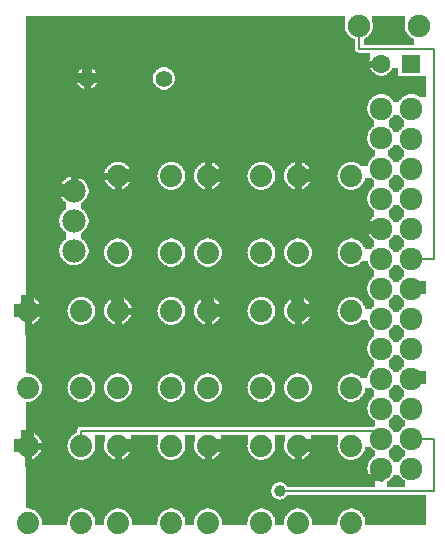
<source format=gtl>
G04 MADE WITH FRITZING*
G04 WWW.FRITZING.ORG*
G04 DOUBLE SIDED*
G04 HOLES PLATED*
G04 CONTOUR ON CENTER OF CONTOUR VECTOR*
%ASAXBY*%
%FSLAX23Y23*%
%MOIN*%
%OFA0B0*%
%SFA1.0B1.0*%
%ADD10C,0.075000*%
%ADD11C,0.055433*%
%ADD12C,0.039370*%
%ADD13C,0.062992*%
%ADD14C,0.078000*%
%ADD15C,0.075722*%
%ADD16C,0.075695*%
%ADD17C,0.074000*%
%ADD18R,0.062992X0.062992*%
%ADD19C,0.024000*%
%ADD20C,0.008000*%
%LNCOPPER1*%
G90*
G70*
G54D10*
X122Y1668D03*
G54D11*
X243Y1529D03*
X499Y1529D03*
X243Y1529D03*
X499Y1529D03*
G54D12*
X885Y154D03*
G54D13*
X1322Y1579D03*
X1224Y1579D03*
G54D10*
X1349Y1704D03*
X1149Y1704D03*
G54D14*
X199Y1154D03*
X199Y1054D03*
X199Y954D03*
G54D15*
X1324Y1429D03*
G54D16*
X1324Y1329D03*
X1324Y1229D03*
X1324Y1129D03*
X1324Y1029D03*
G54D15*
X1324Y929D03*
X1324Y829D03*
G54D16*
X1324Y729D03*
X1324Y629D03*
X1324Y529D03*
X1324Y429D03*
G54D15*
X1324Y329D03*
G54D16*
X1324Y229D03*
G54D15*
X1224Y1429D03*
X1224Y1330D03*
G54D16*
X1224Y1229D03*
X1224Y1129D03*
X1224Y1029D03*
G54D15*
X1224Y929D03*
G54D16*
X1224Y829D03*
X1224Y729D03*
X1224Y629D03*
X1224Y529D03*
X1224Y429D03*
G54D15*
X1224Y329D03*
G54D16*
X1224Y229D03*
G54D17*
X224Y754D03*
X224Y498D03*
X46Y754D03*
X46Y498D03*
X224Y754D03*
X224Y498D03*
X46Y754D03*
X46Y498D03*
X224Y304D03*
X224Y48D03*
X46Y304D03*
X46Y48D03*
X224Y304D03*
X224Y48D03*
X46Y304D03*
X46Y48D03*
X524Y304D03*
X524Y48D03*
X346Y304D03*
X346Y48D03*
X524Y304D03*
X524Y48D03*
X346Y304D03*
X346Y48D03*
X524Y754D03*
X524Y498D03*
X346Y754D03*
X346Y498D03*
X524Y754D03*
X524Y498D03*
X346Y754D03*
X346Y498D03*
X524Y1204D03*
X524Y948D03*
X346Y1204D03*
X346Y948D03*
X524Y1204D03*
X524Y948D03*
X346Y1204D03*
X346Y948D03*
X824Y304D03*
X824Y48D03*
X646Y304D03*
X646Y48D03*
X824Y304D03*
X824Y48D03*
X646Y304D03*
X646Y48D03*
X824Y754D03*
X824Y498D03*
X646Y754D03*
X646Y498D03*
X824Y754D03*
X824Y498D03*
X646Y754D03*
X646Y498D03*
X824Y1204D03*
X824Y948D03*
X646Y1204D03*
X646Y948D03*
X824Y1204D03*
X824Y948D03*
X646Y1204D03*
X646Y948D03*
X1124Y304D03*
X1124Y48D03*
X946Y304D03*
X946Y48D03*
X1124Y304D03*
X1124Y48D03*
X946Y304D03*
X946Y48D03*
X1124Y754D03*
X1124Y498D03*
X946Y754D03*
X946Y498D03*
X1124Y754D03*
X1124Y498D03*
X946Y754D03*
X946Y498D03*
X1124Y1204D03*
X1124Y948D03*
X946Y1204D03*
X946Y948D03*
X1124Y1204D03*
X1124Y948D03*
X946Y1204D03*
X946Y948D03*
G54D18*
X1322Y1579D03*
G54D19*
X50Y202D02*
X47Y273D01*
D02*
X350Y202D02*
X50Y202D01*
D02*
X350Y202D02*
X347Y273D01*
D02*
X650Y202D02*
X350Y202D01*
D02*
X650Y202D02*
X647Y273D01*
D02*
X950Y202D02*
X650Y202D01*
D02*
X1224Y202D02*
X1224Y197D01*
D02*
X950Y202D02*
X1224Y202D01*
D02*
X947Y273D02*
X950Y202D01*
D02*
X346Y1080D02*
X346Y1173D01*
D02*
X420Y1080D02*
X346Y1080D01*
D02*
X428Y754D02*
X420Y1080D01*
D02*
X377Y754D02*
X428Y754D01*
D02*
X946Y628D02*
X946Y723D01*
D02*
X650Y628D02*
X946Y628D01*
D02*
X650Y628D02*
X647Y723D01*
D02*
X346Y628D02*
X650Y628D01*
D02*
X346Y628D02*
X346Y723D01*
D02*
X124Y628D02*
X346Y628D01*
D02*
X50Y628D02*
X47Y723D01*
D02*
X124Y628D02*
X50Y628D01*
D02*
X124Y302D02*
X124Y628D01*
D02*
X77Y303D02*
X124Y302D01*
G54D20*
D02*
X1398Y154D02*
X1398Y328D01*
D02*
X1398Y328D02*
X1350Y329D01*
D02*
X898Y154D02*
X1398Y154D01*
G54D19*
D02*
X250Y1280D02*
X244Y1500D01*
G54D20*
D02*
X224Y354D02*
X1224Y354D01*
D02*
X1224Y354D02*
X1224Y355D01*
D02*
X224Y330D02*
X224Y354D01*
G54D19*
D02*
X650Y1280D02*
X250Y1280D01*
D02*
X647Y1235D02*
X650Y1280D01*
D02*
X198Y1206D02*
X198Y1184D01*
D02*
X315Y1205D02*
X198Y1206D01*
D02*
X946Y1080D02*
X946Y1173D01*
D02*
X650Y1080D02*
X946Y1080D01*
D02*
X650Y1080D02*
X647Y1173D01*
D02*
X420Y1080D02*
X650Y1080D01*
G54D20*
D02*
X1398Y928D02*
X1350Y929D01*
D02*
X1398Y1628D02*
X1398Y928D01*
D02*
X1150Y1628D02*
X1398Y1628D01*
D02*
X1149Y1681D02*
X1150Y1628D01*
G54D19*
D02*
X1124Y1580D02*
X1197Y1579D01*
D02*
X950Y1280D02*
X1124Y1280D01*
D02*
X1124Y1280D02*
X1124Y1580D01*
D02*
X947Y1235D02*
X950Y1280D01*
G36*
X40Y1736D02*
X40Y1568D01*
X500Y1568D01*
X500Y1566D01*
X510Y1566D01*
X510Y1564D01*
X514Y1564D01*
X514Y1562D01*
X518Y1562D01*
X518Y1560D01*
X520Y1560D01*
X520Y1558D01*
X522Y1558D01*
X522Y1556D01*
X526Y1556D01*
X526Y1552D01*
X528Y1552D01*
X528Y1550D01*
X530Y1550D01*
X530Y1548D01*
X532Y1548D01*
X532Y1544D01*
X534Y1544D01*
X534Y1538D01*
X1216Y1538D01*
X1216Y1540D01*
X1210Y1540D01*
X1210Y1542D01*
X1206Y1542D01*
X1206Y1544D01*
X1202Y1544D01*
X1202Y1546D01*
X1200Y1546D01*
X1200Y1548D01*
X1198Y1548D01*
X1198Y1550D01*
X1196Y1550D01*
X1196Y1552D01*
X1194Y1552D01*
X1194Y1554D01*
X1192Y1554D01*
X1192Y1556D01*
X1190Y1556D01*
X1190Y1560D01*
X1188Y1560D01*
X1188Y1562D01*
X1186Y1562D01*
X1186Y1566D01*
X1184Y1566D01*
X1184Y1574D01*
X1182Y1574D01*
X1182Y1586D01*
X1184Y1586D01*
X1184Y1592D01*
X1186Y1592D01*
X1186Y1614D01*
X1146Y1614D01*
X1146Y1616D01*
X1142Y1616D01*
X1142Y1618D01*
X1140Y1618D01*
X1140Y1620D01*
X1138Y1620D01*
X1138Y1622D01*
X1136Y1622D01*
X1136Y1660D01*
X1132Y1660D01*
X1132Y1662D01*
X1128Y1662D01*
X1128Y1664D01*
X1124Y1664D01*
X1124Y1666D01*
X1122Y1666D01*
X1122Y1668D01*
X1120Y1668D01*
X1120Y1670D01*
X1118Y1670D01*
X1118Y1672D01*
X1116Y1672D01*
X1116Y1674D01*
X1114Y1674D01*
X1114Y1676D01*
X1112Y1676D01*
X1112Y1678D01*
X1110Y1678D01*
X1110Y1682D01*
X1108Y1682D01*
X1108Y1684D01*
X1106Y1684D01*
X1106Y1688D01*
X1104Y1688D01*
X1104Y1694D01*
X1102Y1694D01*
X1102Y1714D01*
X1104Y1714D01*
X1104Y1736D01*
X40Y1736D01*
G37*
D02*
G36*
X40Y1568D02*
X40Y1492D01*
X234Y1492D01*
X234Y1494D01*
X230Y1494D01*
X230Y1496D01*
X226Y1496D01*
X226Y1498D01*
X222Y1498D01*
X222Y1500D01*
X220Y1500D01*
X220Y1502D01*
X218Y1502D01*
X218Y1504D01*
X216Y1504D01*
X216Y1506D01*
X214Y1506D01*
X214Y1508D01*
X212Y1508D01*
X212Y1512D01*
X210Y1512D01*
X210Y1514D01*
X208Y1514D01*
X208Y1520D01*
X206Y1520D01*
X206Y1538D01*
X208Y1538D01*
X208Y1544D01*
X210Y1544D01*
X210Y1548D01*
X212Y1548D01*
X212Y1550D01*
X214Y1550D01*
X214Y1552D01*
X216Y1552D01*
X216Y1556D01*
X220Y1556D01*
X220Y1558D01*
X222Y1558D01*
X222Y1560D01*
X224Y1560D01*
X224Y1562D01*
X228Y1562D01*
X228Y1564D01*
X232Y1564D01*
X232Y1566D01*
X242Y1566D01*
X242Y1568D01*
X40Y1568D01*
G37*
D02*
G36*
X244Y1568D02*
X244Y1566D01*
X254Y1566D01*
X254Y1564D01*
X258Y1564D01*
X258Y1562D01*
X262Y1562D01*
X262Y1560D01*
X264Y1560D01*
X264Y1558D01*
X266Y1558D01*
X266Y1556D01*
X270Y1556D01*
X270Y1552D01*
X272Y1552D01*
X272Y1550D01*
X274Y1550D01*
X274Y1548D01*
X276Y1548D01*
X276Y1544D01*
X278Y1544D01*
X278Y1538D01*
X280Y1538D01*
X280Y1520D01*
X278Y1520D01*
X278Y1514D01*
X276Y1514D01*
X276Y1512D01*
X274Y1512D01*
X274Y1508D01*
X272Y1508D01*
X272Y1506D01*
X270Y1506D01*
X270Y1504D01*
X268Y1504D01*
X268Y1502D01*
X266Y1502D01*
X266Y1500D01*
X264Y1500D01*
X264Y1498D01*
X260Y1498D01*
X260Y1496D01*
X256Y1496D01*
X256Y1494D01*
X252Y1494D01*
X252Y1492D01*
X490Y1492D01*
X490Y1494D01*
X486Y1494D01*
X486Y1496D01*
X482Y1496D01*
X482Y1498D01*
X478Y1498D01*
X478Y1500D01*
X476Y1500D01*
X476Y1502D01*
X474Y1502D01*
X474Y1504D01*
X472Y1504D01*
X472Y1506D01*
X470Y1506D01*
X470Y1508D01*
X468Y1508D01*
X468Y1512D01*
X466Y1512D01*
X466Y1514D01*
X464Y1514D01*
X464Y1520D01*
X462Y1520D01*
X462Y1540D01*
X464Y1540D01*
X464Y1544D01*
X466Y1544D01*
X466Y1548D01*
X468Y1548D01*
X468Y1550D01*
X470Y1550D01*
X470Y1552D01*
X472Y1552D01*
X472Y1556D01*
X474Y1556D01*
X474Y1558D01*
X478Y1558D01*
X478Y1560D01*
X480Y1560D01*
X480Y1562D01*
X484Y1562D01*
X484Y1564D01*
X488Y1564D01*
X488Y1566D01*
X498Y1566D01*
X498Y1568D01*
X244Y1568D01*
G37*
D02*
G36*
X1260Y1564D02*
X1260Y1560D01*
X1258Y1560D01*
X1258Y1556D01*
X1256Y1556D01*
X1256Y1554D01*
X1254Y1554D01*
X1254Y1552D01*
X1252Y1552D01*
X1252Y1550D01*
X1250Y1550D01*
X1250Y1548D01*
X1248Y1548D01*
X1248Y1546D01*
X1244Y1546D01*
X1244Y1544D01*
X1242Y1544D01*
X1242Y1542D01*
X1238Y1542D01*
X1238Y1540D01*
X1232Y1540D01*
X1232Y1538D01*
X1280Y1538D01*
X1280Y1564D01*
X1260Y1564D01*
G37*
D02*
G36*
X536Y1538D02*
X536Y1536D01*
X1372Y1536D01*
X1372Y1538D01*
X536Y1538D01*
G37*
D02*
G36*
X536Y1538D02*
X536Y1536D01*
X1372Y1536D01*
X1372Y1538D01*
X536Y1538D01*
G37*
D02*
G36*
X536Y1536D02*
X536Y1520D01*
X534Y1520D01*
X534Y1516D01*
X532Y1516D01*
X532Y1512D01*
X530Y1512D01*
X530Y1508D01*
X528Y1508D01*
X528Y1506D01*
X526Y1506D01*
X526Y1504D01*
X524Y1504D01*
X524Y1502D01*
X522Y1502D01*
X522Y1500D01*
X520Y1500D01*
X520Y1498D01*
X516Y1498D01*
X516Y1496D01*
X512Y1496D01*
X512Y1494D01*
X508Y1494D01*
X508Y1492D01*
X1372Y1492D01*
X1372Y1536D01*
X536Y1536D01*
G37*
D02*
G36*
X40Y1492D02*
X40Y1490D01*
X1372Y1490D01*
X1372Y1492D01*
X40Y1492D01*
G37*
D02*
G36*
X40Y1492D02*
X40Y1490D01*
X1372Y1490D01*
X1372Y1492D01*
X40Y1492D01*
G37*
D02*
G36*
X40Y1492D02*
X40Y1490D01*
X1372Y1490D01*
X1372Y1492D01*
X40Y1492D01*
G37*
D02*
G36*
X40Y1490D02*
X40Y1478D01*
X1328Y1478D01*
X1328Y1476D01*
X1336Y1476D01*
X1336Y1474D01*
X1342Y1474D01*
X1342Y1472D01*
X1346Y1472D01*
X1346Y1470D01*
X1348Y1470D01*
X1348Y1468D01*
X1352Y1468D01*
X1352Y1466D01*
X1372Y1466D01*
X1372Y1490D01*
X40Y1490D01*
G37*
D02*
G36*
X40Y1478D02*
X40Y1252D01*
X1128Y1252D01*
X1128Y1250D01*
X1136Y1250D01*
X1136Y1248D01*
X1142Y1248D01*
X1142Y1246D01*
X1146Y1246D01*
X1146Y1244D01*
X1148Y1244D01*
X1148Y1242D01*
X1152Y1242D01*
X1152Y1240D01*
X1154Y1240D01*
X1154Y1238D01*
X1156Y1238D01*
X1156Y1236D01*
X1176Y1236D01*
X1176Y1238D01*
X1178Y1238D01*
X1178Y1244D01*
X1180Y1244D01*
X1180Y1248D01*
X1182Y1248D01*
X1182Y1252D01*
X1184Y1252D01*
X1184Y1254D01*
X1186Y1254D01*
X1186Y1258D01*
X1188Y1258D01*
X1188Y1260D01*
X1190Y1260D01*
X1190Y1262D01*
X1192Y1262D01*
X1192Y1264D01*
X1194Y1264D01*
X1194Y1266D01*
X1196Y1266D01*
X1196Y1268D01*
X1200Y1268D01*
X1200Y1270D01*
X1202Y1270D01*
X1202Y1290D01*
X1200Y1290D01*
X1200Y1292D01*
X1196Y1292D01*
X1196Y1294D01*
X1194Y1294D01*
X1194Y1296D01*
X1192Y1296D01*
X1192Y1298D01*
X1190Y1298D01*
X1190Y1300D01*
X1188Y1300D01*
X1188Y1302D01*
X1186Y1302D01*
X1186Y1304D01*
X1184Y1304D01*
X1184Y1308D01*
X1182Y1308D01*
X1182Y1312D01*
X1180Y1312D01*
X1180Y1316D01*
X1178Y1316D01*
X1178Y1322D01*
X1176Y1322D01*
X1176Y1338D01*
X1178Y1338D01*
X1178Y1344D01*
X1180Y1344D01*
X1180Y1350D01*
X1182Y1350D01*
X1182Y1352D01*
X1184Y1352D01*
X1184Y1356D01*
X1186Y1356D01*
X1186Y1358D01*
X1188Y1358D01*
X1188Y1360D01*
X1190Y1360D01*
X1190Y1364D01*
X1192Y1364D01*
X1192Y1366D01*
X1196Y1366D01*
X1196Y1368D01*
X1198Y1368D01*
X1198Y1370D01*
X1200Y1370D01*
X1200Y1390D01*
X1198Y1390D01*
X1198Y1392D01*
X1196Y1392D01*
X1196Y1394D01*
X1192Y1394D01*
X1192Y1396D01*
X1190Y1396D01*
X1190Y1398D01*
X1188Y1398D01*
X1188Y1402D01*
X1186Y1402D01*
X1186Y1404D01*
X1184Y1404D01*
X1184Y1406D01*
X1182Y1406D01*
X1182Y1410D01*
X1180Y1410D01*
X1180Y1416D01*
X1178Y1416D01*
X1178Y1422D01*
X1176Y1422D01*
X1176Y1438D01*
X1178Y1438D01*
X1178Y1444D01*
X1180Y1444D01*
X1180Y1448D01*
X1182Y1448D01*
X1182Y1452D01*
X1184Y1452D01*
X1184Y1456D01*
X1186Y1456D01*
X1186Y1458D01*
X1188Y1458D01*
X1188Y1460D01*
X1190Y1460D01*
X1190Y1462D01*
X1192Y1462D01*
X1192Y1464D01*
X1194Y1464D01*
X1194Y1466D01*
X1196Y1466D01*
X1196Y1468D01*
X1200Y1468D01*
X1200Y1470D01*
X1202Y1470D01*
X1202Y1472D01*
X1206Y1472D01*
X1206Y1474D01*
X1212Y1474D01*
X1212Y1476D01*
X1220Y1476D01*
X1220Y1478D01*
X40Y1478D01*
G37*
D02*
G36*
X1228Y1478D02*
X1228Y1476D01*
X1236Y1476D01*
X1236Y1474D01*
X1242Y1474D01*
X1242Y1472D01*
X1246Y1472D01*
X1246Y1470D01*
X1248Y1470D01*
X1248Y1468D01*
X1252Y1468D01*
X1252Y1466D01*
X1254Y1466D01*
X1254Y1464D01*
X1256Y1464D01*
X1256Y1462D01*
X1258Y1462D01*
X1258Y1460D01*
X1260Y1460D01*
X1260Y1458D01*
X1262Y1458D01*
X1262Y1454D01*
X1264Y1454D01*
X1264Y1452D01*
X1284Y1452D01*
X1284Y1456D01*
X1286Y1456D01*
X1286Y1458D01*
X1288Y1458D01*
X1288Y1460D01*
X1290Y1460D01*
X1290Y1462D01*
X1292Y1462D01*
X1292Y1464D01*
X1294Y1464D01*
X1294Y1466D01*
X1296Y1466D01*
X1296Y1468D01*
X1300Y1468D01*
X1300Y1470D01*
X1302Y1470D01*
X1302Y1472D01*
X1306Y1472D01*
X1306Y1474D01*
X1312Y1474D01*
X1312Y1476D01*
X1320Y1476D01*
X1320Y1478D01*
X1228Y1478D01*
G37*
D02*
G36*
X40Y1252D02*
X40Y1204D01*
X204Y1204D01*
X204Y1202D01*
X212Y1202D01*
X212Y1200D01*
X218Y1200D01*
X218Y1198D01*
X220Y1198D01*
X220Y1196D01*
X224Y1196D01*
X224Y1194D01*
X226Y1194D01*
X226Y1192D01*
X228Y1192D01*
X228Y1190D01*
X232Y1190D01*
X232Y1188D01*
X234Y1188D01*
X234Y1186D01*
X236Y1186D01*
X236Y1182D01*
X238Y1182D01*
X238Y1180D01*
X240Y1180D01*
X240Y1176D01*
X242Y1176D01*
X242Y1174D01*
X244Y1174D01*
X244Y1168D01*
X246Y1168D01*
X246Y1162D01*
X248Y1162D01*
X248Y1158D01*
X336Y1158D01*
X336Y1160D01*
X330Y1160D01*
X330Y1162D01*
X326Y1162D01*
X326Y1164D01*
X322Y1164D01*
X322Y1166D01*
X320Y1166D01*
X320Y1168D01*
X318Y1168D01*
X318Y1170D01*
X314Y1170D01*
X314Y1172D01*
X312Y1172D01*
X312Y1176D01*
X310Y1176D01*
X310Y1178D01*
X308Y1178D01*
X308Y1180D01*
X306Y1180D01*
X306Y1184D01*
X304Y1184D01*
X304Y1188D01*
X302Y1188D01*
X302Y1192D01*
X300Y1192D01*
X300Y1202D01*
X298Y1202D01*
X298Y1206D01*
X300Y1206D01*
X300Y1216D01*
X302Y1216D01*
X302Y1222D01*
X304Y1222D01*
X304Y1226D01*
X306Y1226D01*
X306Y1228D01*
X308Y1228D01*
X308Y1232D01*
X310Y1232D01*
X310Y1234D01*
X312Y1234D01*
X312Y1236D01*
X314Y1236D01*
X314Y1238D01*
X316Y1238D01*
X316Y1240D01*
X318Y1240D01*
X318Y1242D01*
X322Y1242D01*
X322Y1244D01*
X324Y1244D01*
X324Y1246D01*
X328Y1246D01*
X328Y1248D01*
X334Y1248D01*
X334Y1250D01*
X340Y1250D01*
X340Y1252D01*
X40Y1252D01*
G37*
D02*
G36*
X350Y1252D02*
X350Y1250D01*
X358Y1250D01*
X358Y1248D01*
X364Y1248D01*
X364Y1246D01*
X368Y1246D01*
X368Y1244D01*
X370Y1244D01*
X370Y1242D01*
X374Y1242D01*
X374Y1240D01*
X376Y1240D01*
X376Y1238D01*
X378Y1238D01*
X378Y1236D01*
X380Y1236D01*
X380Y1234D01*
X382Y1234D01*
X382Y1230D01*
X384Y1230D01*
X384Y1228D01*
X386Y1228D01*
X386Y1224D01*
X388Y1224D01*
X388Y1222D01*
X390Y1222D01*
X390Y1216D01*
X392Y1216D01*
X392Y1194D01*
X390Y1194D01*
X390Y1188D01*
X388Y1188D01*
X388Y1184D01*
X386Y1184D01*
X386Y1180D01*
X384Y1180D01*
X384Y1178D01*
X382Y1178D01*
X382Y1176D01*
X380Y1176D01*
X380Y1174D01*
X378Y1174D01*
X378Y1172D01*
X376Y1172D01*
X376Y1170D01*
X374Y1170D01*
X374Y1168D01*
X372Y1168D01*
X372Y1166D01*
X370Y1166D01*
X370Y1164D01*
X366Y1164D01*
X366Y1162D01*
X362Y1162D01*
X362Y1160D01*
X356Y1160D01*
X356Y1158D01*
X514Y1158D01*
X514Y1160D01*
X508Y1160D01*
X508Y1162D01*
X504Y1162D01*
X504Y1164D01*
X500Y1164D01*
X500Y1166D01*
X498Y1166D01*
X498Y1168D01*
X496Y1168D01*
X496Y1170D01*
X492Y1170D01*
X492Y1172D01*
X490Y1172D01*
X490Y1176D01*
X488Y1176D01*
X488Y1178D01*
X486Y1178D01*
X486Y1180D01*
X484Y1180D01*
X484Y1184D01*
X482Y1184D01*
X482Y1188D01*
X480Y1188D01*
X480Y1192D01*
X478Y1192D01*
X478Y1202D01*
X476Y1202D01*
X476Y1206D01*
X478Y1206D01*
X478Y1216D01*
X480Y1216D01*
X480Y1222D01*
X482Y1222D01*
X482Y1226D01*
X484Y1226D01*
X484Y1228D01*
X486Y1228D01*
X486Y1232D01*
X488Y1232D01*
X488Y1234D01*
X490Y1234D01*
X490Y1236D01*
X492Y1236D01*
X492Y1238D01*
X494Y1238D01*
X494Y1240D01*
X496Y1240D01*
X496Y1242D01*
X500Y1242D01*
X500Y1244D01*
X502Y1244D01*
X502Y1246D01*
X506Y1246D01*
X506Y1248D01*
X512Y1248D01*
X512Y1250D01*
X518Y1250D01*
X518Y1252D01*
X350Y1252D01*
G37*
D02*
G36*
X528Y1252D02*
X528Y1250D01*
X536Y1250D01*
X536Y1248D01*
X542Y1248D01*
X542Y1246D01*
X546Y1246D01*
X546Y1244D01*
X548Y1244D01*
X548Y1242D01*
X552Y1242D01*
X552Y1240D01*
X554Y1240D01*
X554Y1238D01*
X556Y1238D01*
X556Y1236D01*
X558Y1236D01*
X558Y1234D01*
X560Y1234D01*
X560Y1230D01*
X562Y1230D01*
X562Y1228D01*
X564Y1228D01*
X564Y1224D01*
X566Y1224D01*
X566Y1222D01*
X568Y1222D01*
X568Y1216D01*
X570Y1216D01*
X570Y1194D01*
X568Y1194D01*
X568Y1188D01*
X566Y1188D01*
X566Y1184D01*
X564Y1184D01*
X564Y1180D01*
X562Y1180D01*
X562Y1178D01*
X560Y1178D01*
X560Y1176D01*
X558Y1176D01*
X558Y1174D01*
X556Y1174D01*
X556Y1172D01*
X554Y1172D01*
X554Y1170D01*
X552Y1170D01*
X552Y1168D01*
X550Y1168D01*
X550Y1166D01*
X548Y1166D01*
X548Y1164D01*
X544Y1164D01*
X544Y1162D01*
X540Y1162D01*
X540Y1160D01*
X534Y1160D01*
X534Y1158D01*
X636Y1158D01*
X636Y1160D01*
X630Y1160D01*
X630Y1162D01*
X626Y1162D01*
X626Y1164D01*
X622Y1164D01*
X622Y1166D01*
X620Y1166D01*
X620Y1168D01*
X618Y1168D01*
X618Y1170D01*
X614Y1170D01*
X614Y1172D01*
X612Y1172D01*
X612Y1176D01*
X610Y1176D01*
X610Y1178D01*
X608Y1178D01*
X608Y1180D01*
X606Y1180D01*
X606Y1184D01*
X604Y1184D01*
X604Y1188D01*
X602Y1188D01*
X602Y1192D01*
X600Y1192D01*
X600Y1202D01*
X598Y1202D01*
X598Y1206D01*
X600Y1206D01*
X600Y1216D01*
X602Y1216D01*
X602Y1222D01*
X604Y1222D01*
X604Y1226D01*
X606Y1226D01*
X606Y1228D01*
X608Y1228D01*
X608Y1232D01*
X610Y1232D01*
X610Y1234D01*
X612Y1234D01*
X612Y1236D01*
X614Y1236D01*
X614Y1238D01*
X616Y1238D01*
X616Y1240D01*
X618Y1240D01*
X618Y1242D01*
X622Y1242D01*
X622Y1244D01*
X624Y1244D01*
X624Y1246D01*
X628Y1246D01*
X628Y1248D01*
X634Y1248D01*
X634Y1250D01*
X640Y1250D01*
X640Y1252D01*
X528Y1252D01*
G37*
D02*
G36*
X650Y1252D02*
X650Y1250D01*
X658Y1250D01*
X658Y1248D01*
X664Y1248D01*
X664Y1246D01*
X668Y1246D01*
X668Y1244D01*
X670Y1244D01*
X670Y1242D01*
X674Y1242D01*
X674Y1240D01*
X676Y1240D01*
X676Y1238D01*
X678Y1238D01*
X678Y1236D01*
X680Y1236D01*
X680Y1234D01*
X682Y1234D01*
X682Y1230D01*
X684Y1230D01*
X684Y1228D01*
X686Y1228D01*
X686Y1224D01*
X688Y1224D01*
X688Y1222D01*
X690Y1222D01*
X690Y1216D01*
X692Y1216D01*
X692Y1194D01*
X690Y1194D01*
X690Y1188D01*
X688Y1188D01*
X688Y1184D01*
X686Y1184D01*
X686Y1180D01*
X684Y1180D01*
X684Y1178D01*
X682Y1178D01*
X682Y1176D01*
X680Y1176D01*
X680Y1174D01*
X678Y1174D01*
X678Y1172D01*
X676Y1172D01*
X676Y1170D01*
X674Y1170D01*
X674Y1168D01*
X672Y1168D01*
X672Y1166D01*
X670Y1166D01*
X670Y1164D01*
X666Y1164D01*
X666Y1162D01*
X662Y1162D01*
X662Y1160D01*
X656Y1160D01*
X656Y1158D01*
X814Y1158D01*
X814Y1160D01*
X808Y1160D01*
X808Y1162D01*
X804Y1162D01*
X804Y1164D01*
X800Y1164D01*
X800Y1166D01*
X798Y1166D01*
X798Y1168D01*
X796Y1168D01*
X796Y1170D01*
X792Y1170D01*
X792Y1172D01*
X790Y1172D01*
X790Y1176D01*
X788Y1176D01*
X788Y1178D01*
X786Y1178D01*
X786Y1180D01*
X784Y1180D01*
X784Y1184D01*
X782Y1184D01*
X782Y1188D01*
X780Y1188D01*
X780Y1192D01*
X778Y1192D01*
X778Y1202D01*
X776Y1202D01*
X776Y1206D01*
X778Y1206D01*
X778Y1216D01*
X780Y1216D01*
X780Y1222D01*
X782Y1222D01*
X782Y1226D01*
X784Y1226D01*
X784Y1228D01*
X786Y1228D01*
X786Y1232D01*
X788Y1232D01*
X788Y1234D01*
X790Y1234D01*
X790Y1236D01*
X792Y1236D01*
X792Y1238D01*
X794Y1238D01*
X794Y1240D01*
X796Y1240D01*
X796Y1242D01*
X800Y1242D01*
X800Y1244D01*
X802Y1244D01*
X802Y1246D01*
X806Y1246D01*
X806Y1248D01*
X812Y1248D01*
X812Y1250D01*
X818Y1250D01*
X818Y1252D01*
X650Y1252D01*
G37*
D02*
G36*
X828Y1252D02*
X828Y1250D01*
X836Y1250D01*
X836Y1248D01*
X842Y1248D01*
X842Y1246D01*
X846Y1246D01*
X846Y1244D01*
X848Y1244D01*
X848Y1242D01*
X852Y1242D01*
X852Y1240D01*
X854Y1240D01*
X854Y1238D01*
X856Y1238D01*
X856Y1236D01*
X858Y1236D01*
X858Y1234D01*
X860Y1234D01*
X860Y1230D01*
X862Y1230D01*
X862Y1228D01*
X864Y1228D01*
X864Y1224D01*
X866Y1224D01*
X866Y1222D01*
X868Y1222D01*
X868Y1216D01*
X870Y1216D01*
X870Y1194D01*
X868Y1194D01*
X868Y1188D01*
X866Y1188D01*
X866Y1184D01*
X864Y1184D01*
X864Y1180D01*
X862Y1180D01*
X862Y1178D01*
X860Y1178D01*
X860Y1176D01*
X858Y1176D01*
X858Y1174D01*
X856Y1174D01*
X856Y1172D01*
X854Y1172D01*
X854Y1170D01*
X852Y1170D01*
X852Y1168D01*
X850Y1168D01*
X850Y1166D01*
X848Y1166D01*
X848Y1164D01*
X844Y1164D01*
X844Y1162D01*
X840Y1162D01*
X840Y1160D01*
X834Y1160D01*
X834Y1158D01*
X936Y1158D01*
X936Y1160D01*
X930Y1160D01*
X930Y1162D01*
X926Y1162D01*
X926Y1164D01*
X922Y1164D01*
X922Y1166D01*
X920Y1166D01*
X920Y1168D01*
X918Y1168D01*
X918Y1170D01*
X914Y1170D01*
X914Y1172D01*
X912Y1172D01*
X912Y1176D01*
X910Y1176D01*
X910Y1178D01*
X908Y1178D01*
X908Y1180D01*
X906Y1180D01*
X906Y1184D01*
X904Y1184D01*
X904Y1188D01*
X902Y1188D01*
X902Y1192D01*
X900Y1192D01*
X900Y1202D01*
X898Y1202D01*
X898Y1206D01*
X900Y1206D01*
X900Y1216D01*
X902Y1216D01*
X902Y1222D01*
X904Y1222D01*
X904Y1226D01*
X906Y1226D01*
X906Y1228D01*
X908Y1228D01*
X908Y1232D01*
X910Y1232D01*
X910Y1234D01*
X912Y1234D01*
X912Y1236D01*
X914Y1236D01*
X914Y1238D01*
X916Y1238D01*
X916Y1240D01*
X918Y1240D01*
X918Y1242D01*
X922Y1242D01*
X922Y1244D01*
X924Y1244D01*
X924Y1246D01*
X928Y1246D01*
X928Y1248D01*
X934Y1248D01*
X934Y1250D01*
X940Y1250D01*
X940Y1252D01*
X828Y1252D01*
G37*
D02*
G36*
X950Y1252D02*
X950Y1250D01*
X958Y1250D01*
X958Y1248D01*
X964Y1248D01*
X964Y1246D01*
X968Y1246D01*
X968Y1244D01*
X970Y1244D01*
X970Y1242D01*
X974Y1242D01*
X974Y1240D01*
X976Y1240D01*
X976Y1238D01*
X978Y1238D01*
X978Y1236D01*
X980Y1236D01*
X980Y1234D01*
X982Y1234D01*
X982Y1230D01*
X984Y1230D01*
X984Y1228D01*
X986Y1228D01*
X986Y1224D01*
X988Y1224D01*
X988Y1222D01*
X990Y1222D01*
X990Y1216D01*
X992Y1216D01*
X992Y1194D01*
X990Y1194D01*
X990Y1188D01*
X988Y1188D01*
X988Y1184D01*
X986Y1184D01*
X986Y1180D01*
X984Y1180D01*
X984Y1178D01*
X982Y1178D01*
X982Y1176D01*
X980Y1176D01*
X980Y1174D01*
X978Y1174D01*
X978Y1172D01*
X976Y1172D01*
X976Y1170D01*
X974Y1170D01*
X974Y1168D01*
X972Y1168D01*
X972Y1166D01*
X970Y1166D01*
X970Y1164D01*
X966Y1164D01*
X966Y1162D01*
X962Y1162D01*
X962Y1160D01*
X956Y1160D01*
X956Y1158D01*
X1114Y1158D01*
X1114Y1160D01*
X1108Y1160D01*
X1108Y1162D01*
X1104Y1162D01*
X1104Y1164D01*
X1100Y1164D01*
X1100Y1166D01*
X1098Y1166D01*
X1098Y1168D01*
X1096Y1168D01*
X1096Y1170D01*
X1092Y1170D01*
X1092Y1172D01*
X1090Y1172D01*
X1090Y1176D01*
X1088Y1176D01*
X1088Y1178D01*
X1086Y1178D01*
X1086Y1180D01*
X1084Y1180D01*
X1084Y1184D01*
X1082Y1184D01*
X1082Y1188D01*
X1080Y1188D01*
X1080Y1192D01*
X1078Y1192D01*
X1078Y1202D01*
X1076Y1202D01*
X1076Y1206D01*
X1078Y1206D01*
X1078Y1216D01*
X1080Y1216D01*
X1080Y1222D01*
X1082Y1222D01*
X1082Y1226D01*
X1084Y1226D01*
X1084Y1228D01*
X1086Y1228D01*
X1086Y1232D01*
X1088Y1232D01*
X1088Y1234D01*
X1090Y1234D01*
X1090Y1236D01*
X1092Y1236D01*
X1092Y1238D01*
X1094Y1238D01*
X1094Y1240D01*
X1096Y1240D01*
X1096Y1242D01*
X1100Y1242D01*
X1100Y1244D01*
X1102Y1244D01*
X1102Y1246D01*
X1106Y1246D01*
X1106Y1248D01*
X1112Y1248D01*
X1112Y1250D01*
X1118Y1250D01*
X1118Y1252D01*
X950Y1252D01*
G37*
D02*
G36*
X40Y1204D02*
X40Y906D01*
X188Y906D01*
X188Y908D01*
X182Y908D01*
X182Y910D01*
X178Y910D01*
X178Y912D01*
X176Y912D01*
X176Y914D01*
X172Y914D01*
X172Y916D01*
X170Y916D01*
X170Y918D01*
X168Y918D01*
X168Y920D01*
X166Y920D01*
X166Y922D01*
X164Y922D01*
X164Y924D01*
X162Y924D01*
X162Y926D01*
X160Y926D01*
X160Y928D01*
X158Y928D01*
X158Y932D01*
X156Y932D01*
X156Y934D01*
X154Y934D01*
X154Y940D01*
X152Y940D01*
X152Y946D01*
X150Y946D01*
X150Y964D01*
X152Y964D01*
X152Y970D01*
X154Y970D01*
X154Y974D01*
X156Y974D01*
X156Y978D01*
X158Y978D01*
X158Y980D01*
X160Y980D01*
X160Y984D01*
X162Y984D01*
X162Y986D01*
X164Y986D01*
X164Y988D01*
X166Y988D01*
X166Y990D01*
X168Y990D01*
X168Y992D01*
X172Y992D01*
X172Y994D01*
X174Y994D01*
X174Y1014D01*
X172Y1014D01*
X172Y1016D01*
X170Y1016D01*
X170Y1018D01*
X168Y1018D01*
X168Y1020D01*
X166Y1020D01*
X166Y1022D01*
X164Y1022D01*
X164Y1024D01*
X162Y1024D01*
X162Y1026D01*
X160Y1026D01*
X160Y1028D01*
X158Y1028D01*
X158Y1032D01*
X156Y1032D01*
X156Y1034D01*
X154Y1034D01*
X154Y1040D01*
X152Y1040D01*
X152Y1046D01*
X150Y1046D01*
X150Y1064D01*
X152Y1064D01*
X152Y1070D01*
X154Y1070D01*
X154Y1074D01*
X156Y1074D01*
X156Y1078D01*
X158Y1078D01*
X158Y1080D01*
X160Y1080D01*
X160Y1084D01*
X162Y1084D01*
X162Y1086D01*
X164Y1086D01*
X164Y1088D01*
X166Y1088D01*
X166Y1090D01*
X168Y1090D01*
X168Y1092D01*
X172Y1092D01*
X172Y1094D01*
X174Y1094D01*
X174Y1114D01*
X172Y1114D01*
X172Y1116D01*
X170Y1116D01*
X170Y1118D01*
X168Y1118D01*
X168Y1120D01*
X166Y1120D01*
X166Y1122D01*
X164Y1122D01*
X164Y1124D01*
X162Y1124D01*
X162Y1126D01*
X160Y1126D01*
X160Y1128D01*
X158Y1128D01*
X158Y1132D01*
X156Y1132D01*
X156Y1134D01*
X154Y1134D01*
X154Y1140D01*
X152Y1140D01*
X152Y1146D01*
X150Y1146D01*
X150Y1164D01*
X152Y1164D01*
X152Y1170D01*
X154Y1170D01*
X154Y1174D01*
X156Y1174D01*
X156Y1178D01*
X158Y1178D01*
X158Y1180D01*
X160Y1180D01*
X160Y1184D01*
X162Y1184D01*
X162Y1186D01*
X164Y1186D01*
X164Y1188D01*
X166Y1188D01*
X166Y1190D01*
X168Y1190D01*
X168Y1192D01*
X172Y1192D01*
X172Y1194D01*
X174Y1194D01*
X174Y1196D01*
X178Y1196D01*
X178Y1198D01*
X180Y1198D01*
X180Y1200D01*
X186Y1200D01*
X186Y1202D01*
X194Y1202D01*
X194Y1204D01*
X40Y1204D01*
G37*
D02*
G36*
X1170Y1198D02*
X1170Y1194D01*
X1168Y1194D01*
X1168Y1188D01*
X1166Y1188D01*
X1166Y1184D01*
X1164Y1184D01*
X1164Y1180D01*
X1162Y1180D01*
X1162Y1178D01*
X1160Y1178D01*
X1160Y1176D01*
X1158Y1176D01*
X1158Y1174D01*
X1156Y1174D01*
X1156Y1172D01*
X1154Y1172D01*
X1154Y1170D01*
X1152Y1170D01*
X1152Y1168D01*
X1150Y1168D01*
X1150Y1166D01*
X1148Y1166D01*
X1148Y1164D01*
X1144Y1164D01*
X1144Y1162D01*
X1140Y1162D01*
X1140Y1160D01*
X1134Y1160D01*
X1134Y1158D01*
X1188Y1158D01*
X1188Y1160D01*
X1190Y1160D01*
X1190Y1162D01*
X1192Y1162D01*
X1192Y1164D01*
X1194Y1164D01*
X1194Y1166D01*
X1196Y1166D01*
X1196Y1168D01*
X1200Y1168D01*
X1200Y1190D01*
X1198Y1190D01*
X1198Y1192D01*
X1196Y1192D01*
X1196Y1194D01*
X1192Y1194D01*
X1192Y1196D01*
X1190Y1196D01*
X1190Y1198D01*
X1170Y1198D01*
G37*
D02*
G36*
X248Y1158D02*
X248Y1156D01*
X1186Y1156D01*
X1186Y1158D01*
X248Y1158D01*
G37*
D02*
G36*
X248Y1158D02*
X248Y1156D01*
X1186Y1156D01*
X1186Y1158D01*
X248Y1158D01*
G37*
D02*
G36*
X248Y1158D02*
X248Y1156D01*
X1186Y1156D01*
X1186Y1158D01*
X248Y1158D01*
G37*
D02*
G36*
X248Y1158D02*
X248Y1156D01*
X1186Y1156D01*
X1186Y1158D01*
X248Y1158D01*
G37*
D02*
G36*
X248Y1158D02*
X248Y1156D01*
X1186Y1156D01*
X1186Y1158D01*
X248Y1158D01*
G37*
D02*
G36*
X248Y1158D02*
X248Y1156D01*
X1186Y1156D01*
X1186Y1158D01*
X248Y1158D01*
G37*
D02*
G36*
X248Y1158D02*
X248Y1156D01*
X1186Y1156D01*
X1186Y1158D01*
X248Y1158D01*
G37*
D02*
G36*
X248Y1156D02*
X248Y1146D01*
X246Y1146D01*
X246Y1140D01*
X244Y1140D01*
X244Y1136D01*
X242Y1136D01*
X242Y1132D01*
X240Y1132D01*
X240Y1128D01*
X238Y1128D01*
X238Y1126D01*
X236Y1126D01*
X236Y1124D01*
X234Y1124D01*
X234Y1122D01*
X232Y1122D01*
X232Y1120D01*
X230Y1120D01*
X230Y1118D01*
X228Y1118D01*
X228Y1116D01*
X226Y1116D01*
X226Y1114D01*
X224Y1114D01*
X224Y1094D01*
X226Y1094D01*
X226Y1092D01*
X228Y1092D01*
X228Y1090D01*
X232Y1090D01*
X232Y1088D01*
X234Y1088D01*
X234Y1086D01*
X236Y1086D01*
X236Y1082D01*
X238Y1082D01*
X238Y1080D01*
X240Y1080D01*
X240Y1076D01*
X242Y1076D01*
X242Y1074D01*
X244Y1074D01*
X244Y1068D01*
X246Y1068D01*
X246Y1062D01*
X248Y1062D01*
X248Y1046D01*
X246Y1046D01*
X246Y1040D01*
X244Y1040D01*
X244Y1036D01*
X242Y1036D01*
X242Y1032D01*
X240Y1032D01*
X240Y1028D01*
X238Y1028D01*
X238Y1026D01*
X236Y1026D01*
X236Y1024D01*
X234Y1024D01*
X234Y1022D01*
X232Y1022D01*
X232Y1020D01*
X230Y1020D01*
X230Y1018D01*
X228Y1018D01*
X228Y1016D01*
X226Y1016D01*
X226Y1014D01*
X224Y1014D01*
X224Y996D01*
X1128Y996D01*
X1128Y994D01*
X1136Y994D01*
X1136Y992D01*
X1142Y992D01*
X1142Y990D01*
X1146Y990D01*
X1146Y988D01*
X1148Y988D01*
X1148Y986D01*
X1152Y986D01*
X1152Y984D01*
X1154Y984D01*
X1154Y982D01*
X1156Y982D01*
X1156Y980D01*
X1158Y980D01*
X1158Y978D01*
X1160Y978D01*
X1160Y974D01*
X1162Y974D01*
X1162Y972D01*
X1164Y972D01*
X1164Y968D01*
X1166Y968D01*
X1166Y966D01*
X1168Y966D01*
X1168Y960D01*
X1190Y960D01*
X1190Y962D01*
X1192Y962D01*
X1192Y964D01*
X1194Y964D01*
X1194Y966D01*
X1196Y966D01*
X1196Y968D01*
X1200Y968D01*
X1200Y990D01*
X1198Y990D01*
X1198Y992D01*
X1196Y992D01*
X1196Y994D01*
X1192Y994D01*
X1192Y996D01*
X1190Y996D01*
X1190Y998D01*
X1188Y998D01*
X1188Y1002D01*
X1186Y1002D01*
X1186Y1004D01*
X1184Y1004D01*
X1184Y1008D01*
X1182Y1008D01*
X1182Y1010D01*
X1180Y1010D01*
X1180Y1016D01*
X1178Y1016D01*
X1178Y1022D01*
X1176Y1022D01*
X1176Y1038D01*
X1178Y1038D01*
X1178Y1044D01*
X1180Y1044D01*
X1180Y1048D01*
X1182Y1048D01*
X1182Y1052D01*
X1184Y1052D01*
X1184Y1054D01*
X1186Y1054D01*
X1186Y1058D01*
X1188Y1058D01*
X1188Y1060D01*
X1190Y1060D01*
X1190Y1062D01*
X1192Y1062D01*
X1192Y1064D01*
X1194Y1064D01*
X1194Y1066D01*
X1196Y1066D01*
X1196Y1068D01*
X1200Y1068D01*
X1200Y1090D01*
X1198Y1090D01*
X1198Y1092D01*
X1196Y1092D01*
X1196Y1094D01*
X1192Y1094D01*
X1192Y1096D01*
X1190Y1096D01*
X1190Y1098D01*
X1188Y1098D01*
X1188Y1102D01*
X1186Y1102D01*
X1186Y1104D01*
X1184Y1104D01*
X1184Y1108D01*
X1182Y1108D01*
X1182Y1110D01*
X1180Y1110D01*
X1180Y1116D01*
X1178Y1116D01*
X1178Y1122D01*
X1176Y1122D01*
X1176Y1138D01*
X1178Y1138D01*
X1178Y1144D01*
X1180Y1144D01*
X1180Y1148D01*
X1182Y1148D01*
X1182Y1152D01*
X1184Y1152D01*
X1184Y1154D01*
X1186Y1154D01*
X1186Y1156D01*
X248Y1156D01*
G37*
D02*
G36*
X224Y996D02*
X224Y994D01*
X226Y994D01*
X226Y992D01*
X228Y992D01*
X228Y990D01*
X232Y990D01*
X232Y988D01*
X234Y988D01*
X234Y986D01*
X236Y986D01*
X236Y982D01*
X238Y982D01*
X238Y980D01*
X240Y980D01*
X240Y976D01*
X242Y976D01*
X242Y974D01*
X244Y974D01*
X244Y968D01*
X246Y968D01*
X246Y962D01*
X248Y962D01*
X248Y946D01*
X246Y946D01*
X246Y940D01*
X244Y940D01*
X244Y936D01*
X242Y936D01*
X242Y932D01*
X240Y932D01*
X240Y928D01*
X238Y928D01*
X238Y926D01*
X236Y926D01*
X236Y924D01*
X234Y924D01*
X234Y922D01*
X232Y922D01*
X232Y920D01*
X230Y920D01*
X230Y918D01*
X228Y918D01*
X228Y916D01*
X226Y916D01*
X226Y914D01*
X222Y914D01*
X222Y912D01*
X220Y912D01*
X220Y910D01*
X214Y910D01*
X214Y908D01*
X210Y908D01*
X210Y906D01*
X326Y906D01*
X326Y908D01*
X322Y908D01*
X322Y910D01*
X320Y910D01*
X320Y912D01*
X318Y912D01*
X318Y914D01*
X314Y914D01*
X314Y916D01*
X312Y916D01*
X312Y920D01*
X310Y920D01*
X310Y922D01*
X308Y922D01*
X308Y924D01*
X306Y924D01*
X306Y928D01*
X304Y928D01*
X304Y932D01*
X302Y932D01*
X302Y936D01*
X300Y936D01*
X300Y946D01*
X298Y946D01*
X298Y950D01*
X300Y950D01*
X300Y960D01*
X302Y960D01*
X302Y966D01*
X304Y966D01*
X304Y970D01*
X306Y970D01*
X306Y972D01*
X308Y972D01*
X308Y976D01*
X310Y976D01*
X310Y978D01*
X312Y978D01*
X312Y980D01*
X314Y980D01*
X314Y982D01*
X316Y982D01*
X316Y984D01*
X318Y984D01*
X318Y986D01*
X322Y986D01*
X322Y988D01*
X324Y988D01*
X324Y990D01*
X328Y990D01*
X328Y992D01*
X334Y992D01*
X334Y994D01*
X340Y994D01*
X340Y996D01*
X224Y996D01*
G37*
D02*
G36*
X350Y996D02*
X350Y994D01*
X358Y994D01*
X358Y992D01*
X364Y992D01*
X364Y990D01*
X368Y990D01*
X368Y988D01*
X370Y988D01*
X370Y986D01*
X374Y986D01*
X374Y984D01*
X376Y984D01*
X376Y982D01*
X378Y982D01*
X378Y980D01*
X380Y980D01*
X380Y978D01*
X382Y978D01*
X382Y974D01*
X384Y974D01*
X384Y972D01*
X386Y972D01*
X386Y968D01*
X388Y968D01*
X388Y966D01*
X390Y966D01*
X390Y960D01*
X392Y960D01*
X392Y938D01*
X390Y938D01*
X390Y932D01*
X388Y932D01*
X388Y928D01*
X386Y928D01*
X386Y924D01*
X384Y924D01*
X384Y922D01*
X382Y922D01*
X382Y920D01*
X380Y920D01*
X380Y918D01*
X378Y918D01*
X378Y916D01*
X376Y916D01*
X376Y914D01*
X374Y914D01*
X374Y912D01*
X372Y912D01*
X372Y910D01*
X370Y910D01*
X370Y908D01*
X366Y908D01*
X366Y906D01*
X362Y906D01*
X362Y904D01*
X356Y904D01*
X356Y902D01*
X514Y902D01*
X514Y904D01*
X508Y904D01*
X508Y906D01*
X504Y906D01*
X504Y908D01*
X500Y908D01*
X500Y910D01*
X498Y910D01*
X498Y912D01*
X496Y912D01*
X496Y914D01*
X492Y914D01*
X492Y916D01*
X490Y916D01*
X490Y920D01*
X488Y920D01*
X488Y922D01*
X486Y922D01*
X486Y924D01*
X484Y924D01*
X484Y928D01*
X482Y928D01*
X482Y932D01*
X480Y932D01*
X480Y936D01*
X478Y936D01*
X478Y946D01*
X476Y946D01*
X476Y950D01*
X478Y950D01*
X478Y960D01*
X480Y960D01*
X480Y966D01*
X482Y966D01*
X482Y970D01*
X484Y970D01*
X484Y972D01*
X486Y972D01*
X486Y976D01*
X488Y976D01*
X488Y978D01*
X490Y978D01*
X490Y980D01*
X492Y980D01*
X492Y982D01*
X494Y982D01*
X494Y984D01*
X496Y984D01*
X496Y986D01*
X500Y986D01*
X500Y988D01*
X502Y988D01*
X502Y990D01*
X506Y990D01*
X506Y992D01*
X512Y992D01*
X512Y994D01*
X518Y994D01*
X518Y996D01*
X350Y996D01*
G37*
D02*
G36*
X528Y996D02*
X528Y994D01*
X536Y994D01*
X536Y992D01*
X542Y992D01*
X542Y990D01*
X546Y990D01*
X546Y988D01*
X548Y988D01*
X548Y986D01*
X552Y986D01*
X552Y984D01*
X554Y984D01*
X554Y982D01*
X556Y982D01*
X556Y980D01*
X558Y980D01*
X558Y978D01*
X560Y978D01*
X560Y974D01*
X562Y974D01*
X562Y972D01*
X564Y972D01*
X564Y968D01*
X566Y968D01*
X566Y966D01*
X568Y966D01*
X568Y960D01*
X570Y960D01*
X570Y938D01*
X568Y938D01*
X568Y932D01*
X566Y932D01*
X566Y928D01*
X564Y928D01*
X564Y924D01*
X562Y924D01*
X562Y922D01*
X560Y922D01*
X560Y920D01*
X558Y920D01*
X558Y918D01*
X556Y918D01*
X556Y916D01*
X554Y916D01*
X554Y914D01*
X552Y914D01*
X552Y912D01*
X550Y912D01*
X550Y910D01*
X548Y910D01*
X548Y908D01*
X544Y908D01*
X544Y906D01*
X540Y906D01*
X540Y904D01*
X534Y904D01*
X534Y902D01*
X636Y902D01*
X636Y904D01*
X630Y904D01*
X630Y906D01*
X626Y906D01*
X626Y908D01*
X622Y908D01*
X622Y910D01*
X620Y910D01*
X620Y912D01*
X618Y912D01*
X618Y914D01*
X614Y914D01*
X614Y916D01*
X612Y916D01*
X612Y920D01*
X610Y920D01*
X610Y922D01*
X608Y922D01*
X608Y924D01*
X606Y924D01*
X606Y928D01*
X604Y928D01*
X604Y932D01*
X602Y932D01*
X602Y936D01*
X600Y936D01*
X600Y946D01*
X598Y946D01*
X598Y950D01*
X600Y950D01*
X600Y960D01*
X602Y960D01*
X602Y966D01*
X604Y966D01*
X604Y970D01*
X606Y970D01*
X606Y972D01*
X608Y972D01*
X608Y976D01*
X610Y976D01*
X610Y978D01*
X612Y978D01*
X612Y980D01*
X614Y980D01*
X614Y982D01*
X616Y982D01*
X616Y984D01*
X618Y984D01*
X618Y986D01*
X622Y986D01*
X622Y988D01*
X624Y988D01*
X624Y990D01*
X628Y990D01*
X628Y992D01*
X634Y992D01*
X634Y994D01*
X640Y994D01*
X640Y996D01*
X528Y996D01*
G37*
D02*
G36*
X650Y996D02*
X650Y994D01*
X658Y994D01*
X658Y992D01*
X664Y992D01*
X664Y990D01*
X668Y990D01*
X668Y988D01*
X670Y988D01*
X670Y986D01*
X674Y986D01*
X674Y984D01*
X676Y984D01*
X676Y982D01*
X678Y982D01*
X678Y980D01*
X680Y980D01*
X680Y978D01*
X682Y978D01*
X682Y974D01*
X684Y974D01*
X684Y972D01*
X686Y972D01*
X686Y968D01*
X688Y968D01*
X688Y966D01*
X690Y966D01*
X690Y960D01*
X692Y960D01*
X692Y938D01*
X690Y938D01*
X690Y932D01*
X688Y932D01*
X688Y928D01*
X686Y928D01*
X686Y924D01*
X684Y924D01*
X684Y922D01*
X682Y922D01*
X682Y920D01*
X680Y920D01*
X680Y918D01*
X678Y918D01*
X678Y916D01*
X676Y916D01*
X676Y914D01*
X674Y914D01*
X674Y912D01*
X672Y912D01*
X672Y910D01*
X670Y910D01*
X670Y908D01*
X666Y908D01*
X666Y906D01*
X662Y906D01*
X662Y904D01*
X656Y904D01*
X656Y902D01*
X814Y902D01*
X814Y904D01*
X808Y904D01*
X808Y906D01*
X804Y906D01*
X804Y908D01*
X800Y908D01*
X800Y910D01*
X798Y910D01*
X798Y912D01*
X796Y912D01*
X796Y914D01*
X792Y914D01*
X792Y916D01*
X790Y916D01*
X790Y920D01*
X788Y920D01*
X788Y922D01*
X786Y922D01*
X786Y924D01*
X784Y924D01*
X784Y928D01*
X782Y928D01*
X782Y932D01*
X780Y932D01*
X780Y936D01*
X778Y936D01*
X778Y946D01*
X776Y946D01*
X776Y950D01*
X778Y950D01*
X778Y960D01*
X780Y960D01*
X780Y966D01*
X782Y966D01*
X782Y970D01*
X784Y970D01*
X784Y972D01*
X786Y972D01*
X786Y976D01*
X788Y976D01*
X788Y978D01*
X790Y978D01*
X790Y980D01*
X792Y980D01*
X792Y982D01*
X794Y982D01*
X794Y984D01*
X796Y984D01*
X796Y986D01*
X800Y986D01*
X800Y988D01*
X802Y988D01*
X802Y990D01*
X806Y990D01*
X806Y992D01*
X812Y992D01*
X812Y994D01*
X818Y994D01*
X818Y996D01*
X650Y996D01*
G37*
D02*
G36*
X828Y996D02*
X828Y994D01*
X836Y994D01*
X836Y992D01*
X842Y992D01*
X842Y990D01*
X846Y990D01*
X846Y988D01*
X848Y988D01*
X848Y986D01*
X852Y986D01*
X852Y984D01*
X854Y984D01*
X854Y982D01*
X856Y982D01*
X856Y980D01*
X858Y980D01*
X858Y978D01*
X860Y978D01*
X860Y974D01*
X862Y974D01*
X862Y972D01*
X864Y972D01*
X864Y968D01*
X866Y968D01*
X866Y966D01*
X868Y966D01*
X868Y960D01*
X870Y960D01*
X870Y938D01*
X868Y938D01*
X868Y932D01*
X866Y932D01*
X866Y928D01*
X864Y928D01*
X864Y924D01*
X862Y924D01*
X862Y922D01*
X860Y922D01*
X860Y920D01*
X858Y920D01*
X858Y918D01*
X856Y918D01*
X856Y916D01*
X854Y916D01*
X854Y914D01*
X852Y914D01*
X852Y912D01*
X850Y912D01*
X850Y910D01*
X848Y910D01*
X848Y908D01*
X844Y908D01*
X844Y906D01*
X840Y906D01*
X840Y904D01*
X834Y904D01*
X834Y902D01*
X936Y902D01*
X936Y904D01*
X930Y904D01*
X930Y906D01*
X926Y906D01*
X926Y908D01*
X922Y908D01*
X922Y910D01*
X920Y910D01*
X920Y912D01*
X918Y912D01*
X918Y914D01*
X914Y914D01*
X914Y916D01*
X912Y916D01*
X912Y920D01*
X910Y920D01*
X910Y922D01*
X908Y922D01*
X908Y924D01*
X906Y924D01*
X906Y928D01*
X904Y928D01*
X904Y932D01*
X902Y932D01*
X902Y936D01*
X900Y936D01*
X900Y946D01*
X898Y946D01*
X898Y950D01*
X900Y950D01*
X900Y960D01*
X902Y960D01*
X902Y966D01*
X904Y966D01*
X904Y970D01*
X906Y970D01*
X906Y972D01*
X908Y972D01*
X908Y976D01*
X910Y976D01*
X910Y978D01*
X912Y978D01*
X912Y980D01*
X914Y980D01*
X914Y982D01*
X916Y982D01*
X916Y984D01*
X918Y984D01*
X918Y986D01*
X922Y986D01*
X922Y988D01*
X924Y988D01*
X924Y990D01*
X928Y990D01*
X928Y992D01*
X934Y992D01*
X934Y994D01*
X940Y994D01*
X940Y996D01*
X828Y996D01*
G37*
D02*
G36*
X950Y996D02*
X950Y994D01*
X958Y994D01*
X958Y992D01*
X964Y992D01*
X964Y990D01*
X968Y990D01*
X968Y988D01*
X970Y988D01*
X970Y986D01*
X974Y986D01*
X974Y984D01*
X976Y984D01*
X976Y982D01*
X978Y982D01*
X978Y980D01*
X980Y980D01*
X980Y978D01*
X982Y978D01*
X982Y974D01*
X984Y974D01*
X984Y972D01*
X986Y972D01*
X986Y968D01*
X988Y968D01*
X988Y966D01*
X990Y966D01*
X990Y960D01*
X992Y960D01*
X992Y938D01*
X990Y938D01*
X990Y932D01*
X988Y932D01*
X988Y928D01*
X986Y928D01*
X986Y924D01*
X984Y924D01*
X984Y922D01*
X982Y922D01*
X982Y920D01*
X980Y920D01*
X980Y918D01*
X978Y918D01*
X978Y916D01*
X976Y916D01*
X976Y914D01*
X974Y914D01*
X974Y912D01*
X972Y912D01*
X972Y910D01*
X970Y910D01*
X970Y908D01*
X966Y908D01*
X966Y906D01*
X962Y906D01*
X962Y904D01*
X956Y904D01*
X956Y902D01*
X1114Y902D01*
X1114Y904D01*
X1108Y904D01*
X1108Y906D01*
X1104Y906D01*
X1104Y908D01*
X1100Y908D01*
X1100Y910D01*
X1098Y910D01*
X1098Y912D01*
X1096Y912D01*
X1096Y914D01*
X1092Y914D01*
X1092Y916D01*
X1090Y916D01*
X1090Y920D01*
X1088Y920D01*
X1088Y922D01*
X1086Y922D01*
X1086Y924D01*
X1084Y924D01*
X1084Y928D01*
X1082Y928D01*
X1082Y932D01*
X1080Y932D01*
X1080Y936D01*
X1078Y936D01*
X1078Y946D01*
X1076Y946D01*
X1076Y950D01*
X1078Y950D01*
X1078Y960D01*
X1080Y960D01*
X1080Y966D01*
X1082Y966D01*
X1082Y970D01*
X1084Y970D01*
X1084Y972D01*
X1086Y972D01*
X1086Y976D01*
X1088Y976D01*
X1088Y978D01*
X1090Y978D01*
X1090Y980D01*
X1092Y980D01*
X1092Y982D01*
X1094Y982D01*
X1094Y984D01*
X1096Y984D01*
X1096Y986D01*
X1100Y986D01*
X1100Y988D01*
X1102Y988D01*
X1102Y990D01*
X1106Y990D01*
X1106Y992D01*
X1112Y992D01*
X1112Y994D01*
X1118Y994D01*
X1118Y996D01*
X950Y996D01*
G37*
D02*
G36*
X1158Y920D02*
X1158Y918D01*
X1156Y918D01*
X1156Y916D01*
X1154Y916D01*
X1154Y914D01*
X1152Y914D01*
X1152Y912D01*
X1150Y912D01*
X1150Y910D01*
X1148Y910D01*
X1148Y908D01*
X1144Y908D01*
X1144Y906D01*
X1140Y906D01*
X1140Y904D01*
X1134Y904D01*
X1134Y902D01*
X1186Y902D01*
X1186Y904D01*
X1184Y904D01*
X1184Y908D01*
X1182Y908D01*
X1182Y910D01*
X1180Y910D01*
X1180Y916D01*
X1178Y916D01*
X1178Y920D01*
X1158Y920D01*
G37*
D02*
G36*
X40Y906D02*
X40Y904D01*
X330Y904D01*
X330Y906D01*
X40Y906D01*
G37*
D02*
G36*
X40Y906D02*
X40Y904D01*
X330Y904D01*
X330Y906D01*
X40Y906D01*
G37*
D02*
G36*
X40Y904D02*
X40Y902D01*
X336Y902D01*
X336Y904D01*
X40Y904D01*
G37*
D02*
G36*
X40Y902D02*
X40Y900D01*
X1188Y900D01*
X1188Y902D01*
X40Y902D01*
G37*
D02*
G36*
X40Y902D02*
X40Y900D01*
X1188Y900D01*
X1188Y902D01*
X40Y902D01*
G37*
D02*
G36*
X40Y902D02*
X40Y900D01*
X1188Y900D01*
X1188Y902D01*
X40Y902D01*
G37*
D02*
G36*
X40Y902D02*
X40Y900D01*
X1188Y900D01*
X1188Y902D01*
X40Y902D01*
G37*
D02*
G36*
X40Y902D02*
X40Y900D01*
X1188Y900D01*
X1188Y902D01*
X40Y902D01*
G37*
D02*
G36*
X40Y902D02*
X40Y900D01*
X1188Y900D01*
X1188Y902D01*
X40Y902D01*
G37*
D02*
G36*
X40Y902D02*
X40Y900D01*
X1188Y900D01*
X1188Y902D01*
X40Y902D01*
G37*
D02*
G36*
X40Y900D02*
X40Y802D01*
X1128Y802D01*
X1128Y800D01*
X1136Y800D01*
X1136Y798D01*
X1142Y798D01*
X1142Y796D01*
X1146Y796D01*
X1146Y794D01*
X1148Y794D01*
X1148Y792D01*
X1152Y792D01*
X1152Y790D01*
X1154Y790D01*
X1154Y788D01*
X1156Y788D01*
X1156Y786D01*
X1158Y786D01*
X1158Y784D01*
X1160Y784D01*
X1160Y780D01*
X1162Y780D01*
X1162Y778D01*
X1164Y778D01*
X1164Y774D01*
X1166Y774D01*
X1166Y772D01*
X1168Y772D01*
X1168Y766D01*
X1170Y766D01*
X1170Y760D01*
X1190Y760D01*
X1190Y762D01*
X1192Y762D01*
X1192Y764D01*
X1194Y764D01*
X1194Y766D01*
X1196Y766D01*
X1196Y768D01*
X1200Y768D01*
X1200Y790D01*
X1198Y790D01*
X1198Y792D01*
X1196Y792D01*
X1196Y794D01*
X1192Y794D01*
X1192Y796D01*
X1190Y796D01*
X1190Y798D01*
X1188Y798D01*
X1188Y802D01*
X1186Y802D01*
X1186Y804D01*
X1184Y804D01*
X1184Y808D01*
X1182Y808D01*
X1182Y810D01*
X1180Y810D01*
X1180Y816D01*
X1178Y816D01*
X1178Y822D01*
X1176Y822D01*
X1176Y838D01*
X1178Y838D01*
X1178Y844D01*
X1180Y844D01*
X1180Y848D01*
X1182Y848D01*
X1182Y852D01*
X1184Y852D01*
X1184Y854D01*
X1186Y854D01*
X1186Y858D01*
X1188Y858D01*
X1188Y860D01*
X1190Y860D01*
X1190Y862D01*
X1192Y862D01*
X1192Y864D01*
X1194Y864D01*
X1194Y866D01*
X1196Y866D01*
X1196Y868D01*
X1200Y868D01*
X1200Y890D01*
X1198Y890D01*
X1198Y892D01*
X1196Y892D01*
X1196Y894D01*
X1192Y894D01*
X1192Y896D01*
X1190Y896D01*
X1190Y898D01*
X1188Y898D01*
X1188Y900D01*
X40Y900D01*
G37*
D02*
G36*
X50Y802D02*
X50Y800D01*
X58Y800D01*
X58Y798D01*
X64Y798D01*
X64Y796D01*
X68Y796D01*
X68Y794D01*
X70Y794D01*
X70Y792D01*
X74Y792D01*
X74Y790D01*
X76Y790D01*
X76Y788D01*
X78Y788D01*
X78Y786D01*
X80Y786D01*
X80Y784D01*
X82Y784D01*
X82Y780D01*
X84Y780D01*
X84Y778D01*
X86Y778D01*
X86Y774D01*
X88Y774D01*
X88Y772D01*
X90Y772D01*
X90Y766D01*
X92Y766D01*
X92Y744D01*
X90Y744D01*
X90Y738D01*
X88Y738D01*
X88Y734D01*
X86Y734D01*
X86Y730D01*
X84Y730D01*
X84Y728D01*
X82Y728D01*
X82Y726D01*
X80Y726D01*
X80Y724D01*
X78Y724D01*
X78Y722D01*
X76Y722D01*
X76Y720D01*
X74Y720D01*
X74Y718D01*
X72Y718D01*
X72Y716D01*
X70Y716D01*
X70Y714D01*
X66Y714D01*
X66Y712D01*
X62Y712D01*
X62Y710D01*
X56Y710D01*
X56Y708D01*
X214Y708D01*
X214Y710D01*
X208Y710D01*
X208Y712D01*
X204Y712D01*
X204Y714D01*
X200Y714D01*
X200Y716D01*
X198Y716D01*
X198Y718D01*
X196Y718D01*
X196Y720D01*
X192Y720D01*
X192Y722D01*
X190Y722D01*
X190Y726D01*
X188Y726D01*
X188Y728D01*
X186Y728D01*
X186Y730D01*
X184Y730D01*
X184Y734D01*
X182Y734D01*
X182Y738D01*
X180Y738D01*
X180Y742D01*
X178Y742D01*
X178Y752D01*
X176Y752D01*
X176Y756D01*
X178Y756D01*
X178Y766D01*
X180Y766D01*
X180Y772D01*
X182Y772D01*
X182Y776D01*
X184Y776D01*
X184Y778D01*
X186Y778D01*
X186Y782D01*
X188Y782D01*
X188Y784D01*
X190Y784D01*
X190Y786D01*
X192Y786D01*
X192Y788D01*
X194Y788D01*
X194Y790D01*
X196Y790D01*
X196Y792D01*
X200Y792D01*
X200Y794D01*
X202Y794D01*
X202Y796D01*
X206Y796D01*
X206Y798D01*
X212Y798D01*
X212Y800D01*
X218Y800D01*
X218Y802D01*
X50Y802D01*
G37*
D02*
G36*
X228Y802D02*
X228Y800D01*
X236Y800D01*
X236Y798D01*
X242Y798D01*
X242Y796D01*
X246Y796D01*
X246Y794D01*
X248Y794D01*
X248Y792D01*
X252Y792D01*
X252Y790D01*
X254Y790D01*
X254Y788D01*
X256Y788D01*
X256Y786D01*
X258Y786D01*
X258Y784D01*
X260Y784D01*
X260Y780D01*
X262Y780D01*
X262Y778D01*
X264Y778D01*
X264Y774D01*
X266Y774D01*
X266Y772D01*
X268Y772D01*
X268Y766D01*
X270Y766D01*
X270Y744D01*
X268Y744D01*
X268Y738D01*
X266Y738D01*
X266Y734D01*
X264Y734D01*
X264Y730D01*
X262Y730D01*
X262Y728D01*
X260Y728D01*
X260Y726D01*
X258Y726D01*
X258Y724D01*
X256Y724D01*
X256Y722D01*
X254Y722D01*
X254Y720D01*
X252Y720D01*
X252Y718D01*
X250Y718D01*
X250Y716D01*
X248Y716D01*
X248Y714D01*
X244Y714D01*
X244Y712D01*
X240Y712D01*
X240Y710D01*
X234Y710D01*
X234Y708D01*
X336Y708D01*
X336Y710D01*
X330Y710D01*
X330Y712D01*
X326Y712D01*
X326Y714D01*
X322Y714D01*
X322Y716D01*
X320Y716D01*
X320Y718D01*
X318Y718D01*
X318Y720D01*
X314Y720D01*
X314Y722D01*
X312Y722D01*
X312Y726D01*
X310Y726D01*
X310Y728D01*
X308Y728D01*
X308Y730D01*
X306Y730D01*
X306Y734D01*
X304Y734D01*
X304Y738D01*
X302Y738D01*
X302Y742D01*
X300Y742D01*
X300Y752D01*
X298Y752D01*
X298Y756D01*
X300Y756D01*
X300Y766D01*
X302Y766D01*
X302Y772D01*
X304Y772D01*
X304Y776D01*
X306Y776D01*
X306Y778D01*
X308Y778D01*
X308Y782D01*
X310Y782D01*
X310Y784D01*
X312Y784D01*
X312Y786D01*
X314Y786D01*
X314Y788D01*
X316Y788D01*
X316Y790D01*
X318Y790D01*
X318Y792D01*
X322Y792D01*
X322Y794D01*
X324Y794D01*
X324Y796D01*
X328Y796D01*
X328Y798D01*
X334Y798D01*
X334Y800D01*
X340Y800D01*
X340Y802D01*
X228Y802D01*
G37*
D02*
G36*
X350Y802D02*
X350Y800D01*
X358Y800D01*
X358Y798D01*
X364Y798D01*
X364Y796D01*
X368Y796D01*
X368Y794D01*
X370Y794D01*
X370Y792D01*
X374Y792D01*
X374Y790D01*
X376Y790D01*
X376Y788D01*
X378Y788D01*
X378Y786D01*
X380Y786D01*
X380Y784D01*
X382Y784D01*
X382Y780D01*
X384Y780D01*
X384Y778D01*
X386Y778D01*
X386Y774D01*
X388Y774D01*
X388Y772D01*
X390Y772D01*
X390Y766D01*
X392Y766D01*
X392Y744D01*
X390Y744D01*
X390Y738D01*
X388Y738D01*
X388Y734D01*
X386Y734D01*
X386Y730D01*
X384Y730D01*
X384Y728D01*
X382Y728D01*
X382Y726D01*
X380Y726D01*
X380Y724D01*
X378Y724D01*
X378Y722D01*
X376Y722D01*
X376Y720D01*
X374Y720D01*
X374Y718D01*
X372Y718D01*
X372Y716D01*
X370Y716D01*
X370Y714D01*
X366Y714D01*
X366Y712D01*
X362Y712D01*
X362Y710D01*
X356Y710D01*
X356Y708D01*
X514Y708D01*
X514Y710D01*
X508Y710D01*
X508Y712D01*
X504Y712D01*
X504Y714D01*
X500Y714D01*
X500Y716D01*
X498Y716D01*
X498Y718D01*
X496Y718D01*
X496Y720D01*
X492Y720D01*
X492Y722D01*
X490Y722D01*
X490Y726D01*
X488Y726D01*
X488Y728D01*
X486Y728D01*
X486Y730D01*
X484Y730D01*
X484Y734D01*
X482Y734D01*
X482Y738D01*
X480Y738D01*
X480Y742D01*
X478Y742D01*
X478Y752D01*
X476Y752D01*
X476Y756D01*
X478Y756D01*
X478Y766D01*
X480Y766D01*
X480Y772D01*
X482Y772D01*
X482Y776D01*
X484Y776D01*
X484Y778D01*
X486Y778D01*
X486Y782D01*
X488Y782D01*
X488Y784D01*
X490Y784D01*
X490Y786D01*
X492Y786D01*
X492Y788D01*
X494Y788D01*
X494Y790D01*
X496Y790D01*
X496Y792D01*
X500Y792D01*
X500Y794D01*
X502Y794D01*
X502Y796D01*
X506Y796D01*
X506Y798D01*
X512Y798D01*
X512Y800D01*
X518Y800D01*
X518Y802D01*
X350Y802D01*
G37*
D02*
G36*
X528Y802D02*
X528Y800D01*
X536Y800D01*
X536Y798D01*
X542Y798D01*
X542Y796D01*
X546Y796D01*
X546Y794D01*
X548Y794D01*
X548Y792D01*
X552Y792D01*
X552Y790D01*
X554Y790D01*
X554Y788D01*
X556Y788D01*
X556Y786D01*
X558Y786D01*
X558Y784D01*
X560Y784D01*
X560Y780D01*
X562Y780D01*
X562Y778D01*
X564Y778D01*
X564Y774D01*
X566Y774D01*
X566Y772D01*
X568Y772D01*
X568Y766D01*
X570Y766D01*
X570Y744D01*
X568Y744D01*
X568Y738D01*
X566Y738D01*
X566Y734D01*
X564Y734D01*
X564Y730D01*
X562Y730D01*
X562Y728D01*
X560Y728D01*
X560Y726D01*
X558Y726D01*
X558Y724D01*
X556Y724D01*
X556Y722D01*
X554Y722D01*
X554Y720D01*
X552Y720D01*
X552Y718D01*
X550Y718D01*
X550Y716D01*
X548Y716D01*
X548Y714D01*
X544Y714D01*
X544Y712D01*
X540Y712D01*
X540Y710D01*
X534Y710D01*
X534Y708D01*
X636Y708D01*
X636Y710D01*
X630Y710D01*
X630Y712D01*
X626Y712D01*
X626Y714D01*
X622Y714D01*
X622Y716D01*
X620Y716D01*
X620Y718D01*
X618Y718D01*
X618Y720D01*
X614Y720D01*
X614Y722D01*
X612Y722D01*
X612Y726D01*
X610Y726D01*
X610Y728D01*
X608Y728D01*
X608Y730D01*
X606Y730D01*
X606Y734D01*
X604Y734D01*
X604Y738D01*
X602Y738D01*
X602Y742D01*
X600Y742D01*
X600Y752D01*
X598Y752D01*
X598Y756D01*
X600Y756D01*
X600Y766D01*
X602Y766D01*
X602Y772D01*
X604Y772D01*
X604Y776D01*
X606Y776D01*
X606Y778D01*
X608Y778D01*
X608Y782D01*
X610Y782D01*
X610Y784D01*
X612Y784D01*
X612Y786D01*
X614Y786D01*
X614Y788D01*
X616Y788D01*
X616Y790D01*
X618Y790D01*
X618Y792D01*
X622Y792D01*
X622Y794D01*
X624Y794D01*
X624Y796D01*
X628Y796D01*
X628Y798D01*
X634Y798D01*
X634Y800D01*
X640Y800D01*
X640Y802D01*
X528Y802D01*
G37*
D02*
G36*
X650Y802D02*
X650Y800D01*
X658Y800D01*
X658Y798D01*
X664Y798D01*
X664Y796D01*
X668Y796D01*
X668Y794D01*
X670Y794D01*
X670Y792D01*
X674Y792D01*
X674Y790D01*
X676Y790D01*
X676Y788D01*
X678Y788D01*
X678Y786D01*
X680Y786D01*
X680Y784D01*
X682Y784D01*
X682Y780D01*
X684Y780D01*
X684Y778D01*
X686Y778D01*
X686Y774D01*
X688Y774D01*
X688Y772D01*
X690Y772D01*
X690Y766D01*
X692Y766D01*
X692Y744D01*
X690Y744D01*
X690Y738D01*
X688Y738D01*
X688Y734D01*
X686Y734D01*
X686Y730D01*
X684Y730D01*
X684Y728D01*
X682Y728D01*
X682Y726D01*
X680Y726D01*
X680Y724D01*
X678Y724D01*
X678Y722D01*
X676Y722D01*
X676Y720D01*
X674Y720D01*
X674Y718D01*
X672Y718D01*
X672Y716D01*
X670Y716D01*
X670Y714D01*
X666Y714D01*
X666Y712D01*
X662Y712D01*
X662Y710D01*
X656Y710D01*
X656Y708D01*
X814Y708D01*
X814Y710D01*
X808Y710D01*
X808Y712D01*
X804Y712D01*
X804Y714D01*
X800Y714D01*
X800Y716D01*
X798Y716D01*
X798Y718D01*
X796Y718D01*
X796Y720D01*
X792Y720D01*
X792Y722D01*
X790Y722D01*
X790Y726D01*
X788Y726D01*
X788Y728D01*
X786Y728D01*
X786Y730D01*
X784Y730D01*
X784Y734D01*
X782Y734D01*
X782Y738D01*
X780Y738D01*
X780Y742D01*
X778Y742D01*
X778Y752D01*
X776Y752D01*
X776Y756D01*
X778Y756D01*
X778Y766D01*
X780Y766D01*
X780Y772D01*
X782Y772D01*
X782Y776D01*
X784Y776D01*
X784Y778D01*
X786Y778D01*
X786Y782D01*
X788Y782D01*
X788Y784D01*
X790Y784D01*
X790Y786D01*
X792Y786D01*
X792Y788D01*
X794Y788D01*
X794Y790D01*
X796Y790D01*
X796Y792D01*
X800Y792D01*
X800Y794D01*
X802Y794D01*
X802Y796D01*
X806Y796D01*
X806Y798D01*
X812Y798D01*
X812Y800D01*
X818Y800D01*
X818Y802D01*
X650Y802D01*
G37*
D02*
G36*
X828Y802D02*
X828Y800D01*
X836Y800D01*
X836Y798D01*
X842Y798D01*
X842Y796D01*
X846Y796D01*
X846Y794D01*
X848Y794D01*
X848Y792D01*
X852Y792D01*
X852Y790D01*
X854Y790D01*
X854Y788D01*
X856Y788D01*
X856Y786D01*
X858Y786D01*
X858Y784D01*
X860Y784D01*
X860Y780D01*
X862Y780D01*
X862Y778D01*
X864Y778D01*
X864Y774D01*
X866Y774D01*
X866Y772D01*
X868Y772D01*
X868Y766D01*
X870Y766D01*
X870Y744D01*
X868Y744D01*
X868Y738D01*
X866Y738D01*
X866Y734D01*
X864Y734D01*
X864Y730D01*
X862Y730D01*
X862Y728D01*
X860Y728D01*
X860Y726D01*
X858Y726D01*
X858Y724D01*
X856Y724D01*
X856Y722D01*
X854Y722D01*
X854Y720D01*
X852Y720D01*
X852Y718D01*
X850Y718D01*
X850Y716D01*
X848Y716D01*
X848Y714D01*
X844Y714D01*
X844Y712D01*
X840Y712D01*
X840Y710D01*
X834Y710D01*
X834Y708D01*
X936Y708D01*
X936Y710D01*
X930Y710D01*
X930Y712D01*
X926Y712D01*
X926Y714D01*
X922Y714D01*
X922Y716D01*
X920Y716D01*
X920Y718D01*
X918Y718D01*
X918Y720D01*
X914Y720D01*
X914Y722D01*
X912Y722D01*
X912Y726D01*
X910Y726D01*
X910Y728D01*
X908Y728D01*
X908Y730D01*
X906Y730D01*
X906Y734D01*
X904Y734D01*
X904Y738D01*
X902Y738D01*
X902Y742D01*
X900Y742D01*
X900Y752D01*
X898Y752D01*
X898Y756D01*
X900Y756D01*
X900Y766D01*
X902Y766D01*
X902Y772D01*
X904Y772D01*
X904Y776D01*
X906Y776D01*
X906Y778D01*
X908Y778D01*
X908Y782D01*
X910Y782D01*
X910Y784D01*
X912Y784D01*
X912Y786D01*
X914Y786D01*
X914Y788D01*
X916Y788D01*
X916Y790D01*
X918Y790D01*
X918Y792D01*
X922Y792D01*
X922Y794D01*
X924Y794D01*
X924Y796D01*
X928Y796D01*
X928Y798D01*
X934Y798D01*
X934Y800D01*
X940Y800D01*
X940Y802D01*
X828Y802D01*
G37*
D02*
G36*
X950Y802D02*
X950Y800D01*
X958Y800D01*
X958Y798D01*
X964Y798D01*
X964Y796D01*
X968Y796D01*
X968Y794D01*
X970Y794D01*
X970Y792D01*
X974Y792D01*
X974Y790D01*
X976Y790D01*
X976Y788D01*
X978Y788D01*
X978Y786D01*
X980Y786D01*
X980Y784D01*
X982Y784D01*
X982Y780D01*
X984Y780D01*
X984Y778D01*
X986Y778D01*
X986Y774D01*
X988Y774D01*
X988Y772D01*
X990Y772D01*
X990Y766D01*
X992Y766D01*
X992Y744D01*
X990Y744D01*
X990Y738D01*
X988Y738D01*
X988Y734D01*
X986Y734D01*
X986Y730D01*
X984Y730D01*
X984Y728D01*
X982Y728D01*
X982Y726D01*
X980Y726D01*
X980Y724D01*
X978Y724D01*
X978Y722D01*
X976Y722D01*
X976Y720D01*
X974Y720D01*
X974Y718D01*
X972Y718D01*
X972Y716D01*
X970Y716D01*
X970Y714D01*
X966Y714D01*
X966Y712D01*
X962Y712D01*
X962Y710D01*
X956Y710D01*
X956Y708D01*
X1114Y708D01*
X1114Y710D01*
X1108Y710D01*
X1108Y712D01*
X1104Y712D01*
X1104Y714D01*
X1100Y714D01*
X1100Y716D01*
X1098Y716D01*
X1098Y718D01*
X1096Y718D01*
X1096Y720D01*
X1092Y720D01*
X1092Y722D01*
X1090Y722D01*
X1090Y726D01*
X1088Y726D01*
X1088Y728D01*
X1086Y728D01*
X1086Y730D01*
X1084Y730D01*
X1084Y734D01*
X1082Y734D01*
X1082Y738D01*
X1080Y738D01*
X1080Y742D01*
X1078Y742D01*
X1078Y752D01*
X1076Y752D01*
X1076Y756D01*
X1078Y756D01*
X1078Y766D01*
X1080Y766D01*
X1080Y772D01*
X1082Y772D01*
X1082Y776D01*
X1084Y776D01*
X1084Y778D01*
X1086Y778D01*
X1086Y782D01*
X1088Y782D01*
X1088Y784D01*
X1090Y784D01*
X1090Y786D01*
X1092Y786D01*
X1092Y788D01*
X1094Y788D01*
X1094Y790D01*
X1096Y790D01*
X1096Y792D01*
X1100Y792D01*
X1100Y794D01*
X1102Y794D01*
X1102Y796D01*
X1106Y796D01*
X1106Y798D01*
X1112Y798D01*
X1112Y800D01*
X1118Y800D01*
X1118Y802D01*
X950Y802D01*
G37*
D02*
G36*
X1156Y724D02*
X1156Y722D01*
X1154Y722D01*
X1154Y720D01*
X1152Y720D01*
X1152Y718D01*
X1150Y718D01*
X1150Y716D01*
X1148Y716D01*
X1148Y714D01*
X1144Y714D01*
X1144Y712D01*
X1140Y712D01*
X1140Y710D01*
X1134Y710D01*
X1134Y708D01*
X1182Y708D01*
X1182Y710D01*
X1180Y710D01*
X1180Y716D01*
X1178Y716D01*
X1178Y722D01*
X1176Y722D01*
X1176Y724D01*
X1156Y724D01*
G37*
D02*
G36*
X40Y708D02*
X40Y706D01*
X1184Y706D01*
X1184Y708D01*
X40Y708D01*
G37*
D02*
G36*
X40Y708D02*
X40Y706D01*
X1184Y706D01*
X1184Y708D01*
X40Y708D01*
G37*
D02*
G36*
X40Y708D02*
X40Y706D01*
X1184Y706D01*
X1184Y708D01*
X40Y708D01*
G37*
D02*
G36*
X40Y708D02*
X40Y706D01*
X1184Y706D01*
X1184Y708D01*
X40Y708D01*
G37*
D02*
G36*
X40Y708D02*
X40Y706D01*
X1184Y706D01*
X1184Y708D01*
X40Y708D01*
G37*
D02*
G36*
X40Y708D02*
X40Y706D01*
X1184Y706D01*
X1184Y708D01*
X40Y708D01*
G37*
D02*
G36*
X40Y708D02*
X40Y706D01*
X1184Y706D01*
X1184Y708D01*
X40Y708D01*
G37*
D02*
G36*
X40Y708D02*
X40Y706D01*
X1184Y706D01*
X1184Y708D01*
X40Y708D01*
G37*
D02*
G36*
X40Y706D02*
X40Y546D01*
X1128Y546D01*
X1128Y544D01*
X1136Y544D01*
X1136Y542D01*
X1142Y542D01*
X1142Y540D01*
X1146Y540D01*
X1146Y538D01*
X1148Y538D01*
X1148Y536D01*
X1152Y536D01*
X1152Y534D01*
X1154Y534D01*
X1154Y532D01*
X1156Y532D01*
X1156Y530D01*
X1176Y530D01*
X1176Y538D01*
X1178Y538D01*
X1178Y544D01*
X1180Y544D01*
X1180Y548D01*
X1182Y548D01*
X1182Y552D01*
X1184Y552D01*
X1184Y554D01*
X1186Y554D01*
X1186Y558D01*
X1188Y558D01*
X1188Y560D01*
X1190Y560D01*
X1190Y562D01*
X1192Y562D01*
X1192Y564D01*
X1194Y564D01*
X1194Y566D01*
X1196Y566D01*
X1196Y568D01*
X1200Y568D01*
X1200Y590D01*
X1198Y590D01*
X1198Y592D01*
X1196Y592D01*
X1196Y594D01*
X1192Y594D01*
X1192Y596D01*
X1190Y596D01*
X1190Y598D01*
X1188Y598D01*
X1188Y602D01*
X1186Y602D01*
X1186Y604D01*
X1184Y604D01*
X1184Y608D01*
X1182Y608D01*
X1182Y610D01*
X1180Y610D01*
X1180Y616D01*
X1178Y616D01*
X1178Y622D01*
X1176Y622D01*
X1176Y638D01*
X1178Y638D01*
X1178Y644D01*
X1180Y644D01*
X1180Y648D01*
X1182Y648D01*
X1182Y652D01*
X1184Y652D01*
X1184Y654D01*
X1186Y654D01*
X1186Y658D01*
X1188Y658D01*
X1188Y660D01*
X1190Y660D01*
X1190Y662D01*
X1192Y662D01*
X1192Y664D01*
X1194Y664D01*
X1194Y666D01*
X1196Y666D01*
X1196Y668D01*
X1200Y668D01*
X1200Y690D01*
X1198Y690D01*
X1198Y692D01*
X1196Y692D01*
X1196Y694D01*
X1192Y694D01*
X1192Y696D01*
X1190Y696D01*
X1190Y698D01*
X1188Y698D01*
X1188Y702D01*
X1186Y702D01*
X1186Y704D01*
X1184Y704D01*
X1184Y706D01*
X40Y706D01*
G37*
D02*
G36*
X50Y546D02*
X50Y544D01*
X58Y544D01*
X58Y542D01*
X64Y542D01*
X64Y540D01*
X68Y540D01*
X68Y538D01*
X70Y538D01*
X70Y536D01*
X74Y536D01*
X74Y534D01*
X76Y534D01*
X76Y532D01*
X78Y532D01*
X78Y530D01*
X80Y530D01*
X80Y528D01*
X82Y528D01*
X82Y524D01*
X84Y524D01*
X84Y522D01*
X86Y522D01*
X86Y518D01*
X88Y518D01*
X88Y516D01*
X90Y516D01*
X90Y510D01*
X92Y510D01*
X92Y488D01*
X90Y488D01*
X90Y482D01*
X88Y482D01*
X88Y478D01*
X86Y478D01*
X86Y474D01*
X84Y474D01*
X84Y472D01*
X82Y472D01*
X82Y470D01*
X80Y470D01*
X80Y468D01*
X78Y468D01*
X78Y466D01*
X76Y466D01*
X76Y464D01*
X74Y464D01*
X74Y462D01*
X72Y462D01*
X72Y460D01*
X70Y460D01*
X70Y458D01*
X66Y458D01*
X66Y456D01*
X62Y456D01*
X62Y454D01*
X56Y454D01*
X56Y452D01*
X214Y452D01*
X214Y454D01*
X208Y454D01*
X208Y456D01*
X204Y456D01*
X204Y458D01*
X200Y458D01*
X200Y460D01*
X198Y460D01*
X198Y462D01*
X196Y462D01*
X196Y464D01*
X192Y464D01*
X192Y466D01*
X190Y466D01*
X190Y470D01*
X188Y470D01*
X188Y472D01*
X186Y472D01*
X186Y474D01*
X184Y474D01*
X184Y478D01*
X182Y478D01*
X182Y482D01*
X180Y482D01*
X180Y486D01*
X178Y486D01*
X178Y496D01*
X176Y496D01*
X176Y500D01*
X178Y500D01*
X178Y510D01*
X180Y510D01*
X180Y516D01*
X182Y516D01*
X182Y520D01*
X184Y520D01*
X184Y522D01*
X186Y522D01*
X186Y526D01*
X188Y526D01*
X188Y528D01*
X190Y528D01*
X190Y530D01*
X192Y530D01*
X192Y532D01*
X194Y532D01*
X194Y534D01*
X196Y534D01*
X196Y536D01*
X200Y536D01*
X200Y538D01*
X202Y538D01*
X202Y540D01*
X206Y540D01*
X206Y542D01*
X212Y542D01*
X212Y544D01*
X218Y544D01*
X218Y546D01*
X50Y546D01*
G37*
D02*
G36*
X228Y546D02*
X228Y544D01*
X236Y544D01*
X236Y542D01*
X242Y542D01*
X242Y540D01*
X246Y540D01*
X246Y538D01*
X248Y538D01*
X248Y536D01*
X252Y536D01*
X252Y534D01*
X254Y534D01*
X254Y532D01*
X256Y532D01*
X256Y530D01*
X258Y530D01*
X258Y528D01*
X260Y528D01*
X260Y524D01*
X262Y524D01*
X262Y522D01*
X264Y522D01*
X264Y518D01*
X266Y518D01*
X266Y516D01*
X268Y516D01*
X268Y510D01*
X270Y510D01*
X270Y488D01*
X268Y488D01*
X268Y482D01*
X266Y482D01*
X266Y478D01*
X264Y478D01*
X264Y474D01*
X262Y474D01*
X262Y472D01*
X260Y472D01*
X260Y470D01*
X258Y470D01*
X258Y468D01*
X256Y468D01*
X256Y466D01*
X254Y466D01*
X254Y464D01*
X252Y464D01*
X252Y462D01*
X250Y462D01*
X250Y460D01*
X248Y460D01*
X248Y458D01*
X244Y458D01*
X244Y456D01*
X240Y456D01*
X240Y454D01*
X234Y454D01*
X234Y452D01*
X336Y452D01*
X336Y454D01*
X330Y454D01*
X330Y456D01*
X326Y456D01*
X326Y458D01*
X322Y458D01*
X322Y460D01*
X320Y460D01*
X320Y462D01*
X318Y462D01*
X318Y464D01*
X314Y464D01*
X314Y466D01*
X312Y466D01*
X312Y470D01*
X310Y470D01*
X310Y472D01*
X308Y472D01*
X308Y474D01*
X306Y474D01*
X306Y478D01*
X304Y478D01*
X304Y482D01*
X302Y482D01*
X302Y486D01*
X300Y486D01*
X300Y496D01*
X298Y496D01*
X298Y500D01*
X300Y500D01*
X300Y510D01*
X302Y510D01*
X302Y516D01*
X304Y516D01*
X304Y520D01*
X306Y520D01*
X306Y522D01*
X308Y522D01*
X308Y526D01*
X310Y526D01*
X310Y528D01*
X312Y528D01*
X312Y530D01*
X314Y530D01*
X314Y532D01*
X316Y532D01*
X316Y534D01*
X318Y534D01*
X318Y536D01*
X322Y536D01*
X322Y538D01*
X324Y538D01*
X324Y540D01*
X328Y540D01*
X328Y542D01*
X334Y542D01*
X334Y544D01*
X340Y544D01*
X340Y546D01*
X228Y546D01*
G37*
D02*
G36*
X350Y546D02*
X350Y544D01*
X358Y544D01*
X358Y542D01*
X364Y542D01*
X364Y540D01*
X368Y540D01*
X368Y538D01*
X370Y538D01*
X370Y536D01*
X374Y536D01*
X374Y534D01*
X376Y534D01*
X376Y532D01*
X378Y532D01*
X378Y530D01*
X380Y530D01*
X380Y528D01*
X382Y528D01*
X382Y524D01*
X384Y524D01*
X384Y522D01*
X386Y522D01*
X386Y518D01*
X388Y518D01*
X388Y516D01*
X390Y516D01*
X390Y510D01*
X392Y510D01*
X392Y488D01*
X390Y488D01*
X390Y482D01*
X388Y482D01*
X388Y478D01*
X386Y478D01*
X386Y474D01*
X384Y474D01*
X384Y472D01*
X382Y472D01*
X382Y470D01*
X380Y470D01*
X380Y468D01*
X378Y468D01*
X378Y466D01*
X376Y466D01*
X376Y464D01*
X374Y464D01*
X374Y462D01*
X372Y462D01*
X372Y460D01*
X370Y460D01*
X370Y458D01*
X366Y458D01*
X366Y456D01*
X362Y456D01*
X362Y454D01*
X356Y454D01*
X356Y452D01*
X514Y452D01*
X514Y454D01*
X508Y454D01*
X508Y456D01*
X504Y456D01*
X504Y458D01*
X500Y458D01*
X500Y460D01*
X498Y460D01*
X498Y462D01*
X496Y462D01*
X496Y464D01*
X492Y464D01*
X492Y466D01*
X490Y466D01*
X490Y470D01*
X488Y470D01*
X488Y472D01*
X486Y472D01*
X486Y474D01*
X484Y474D01*
X484Y478D01*
X482Y478D01*
X482Y482D01*
X480Y482D01*
X480Y486D01*
X478Y486D01*
X478Y496D01*
X476Y496D01*
X476Y500D01*
X478Y500D01*
X478Y510D01*
X480Y510D01*
X480Y516D01*
X482Y516D01*
X482Y520D01*
X484Y520D01*
X484Y522D01*
X486Y522D01*
X486Y526D01*
X488Y526D01*
X488Y528D01*
X490Y528D01*
X490Y530D01*
X492Y530D01*
X492Y532D01*
X494Y532D01*
X494Y534D01*
X496Y534D01*
X496Y536D01*
X500Y536D01*
X500Y538D01*
X502Y538D01*
X502Y540D01*
X506Y540D01*
X506Y542D01*
X512Y542D01*
X512Y544D01*
X518Y544D01*
X518Y546D01*
X350Y546D01*
G37*
D02*
G36*
X528Y546D02*
X528Y544D01*
X536Y544D01*
X536Y542D01*
X542Y542D01*
X542Y540D01*
X546Y540D01*
X546Y538D01*
X548Y538D01*
X548Y536D01*
X552Y536D01*
X552Y534D01*
X554Y534D01*
X554Y532D01*
X556Y532D01*
X556Y530D01*
X558Y530D01*
X558Y528D01*
X560Y528D01*
X560Y524D01*
X562Y524D01*
X562Y522D01*
X564Y522D01*
X564Y518D01*
X566Y518D01*
X566Y516D01*
X568Y516D01*
X568Y510D01*
X570Y510D01*
X570Y488D01*
X568Y488D01*
X568Y482D01*
X566Y482D01*
X566Y478D01*
X564Y478D01*
X564Y474D01*
X562Y474D01*
X562Y472D01*
X560Y472D01*
X560Y470D01*
X558Y470D01*
X558Y468D01*
X556Y468D01*
X556Y466D01*
X554Y466D01*
X554Y464D01*
X552Y464D01*
X552Y462D01*
X550Y462D01*
X550Y460D01*
X548Y460D01*
X548Y458D01*
X544Y458D01*
X544Y456D01*
X540Y456D01*
X540Y454D01*
X534Y454D01*
X534Y452D01*
X636Y452D01*
X636Y454D01*
X630Y454D01*
X630Y456D01*
X626Y456D01*
X626Y458D01*
X622Y458D01*
X622Y460D01*
X620Y460D01*
X620Y462D01*
X618Y462D01*
X618Y464D01*
X614Y464D01*
X614Y466D01*
X612Y466D01*
X612Y470D01*
X610Y470D01*
X610Y472D01*
X608Y472D01*
X608Y474D01*
X606Y474D01*
X606Y478D01*
X604Y478D01*
X604Y482D01*
X602Y482D01*
X602Y486D01*
X600Y486D01*
X600Y496D01*
X598Y496D01*
X598Y500D01*
X600Y500D01*
X600Y510D01*
X602Y510D01*
X602Y516D01*
X604Y516D01*
X604Y520D01*
X606Y520D01*
X606Y522D01*
X608Y522D01*
X608Y526D01*
X610Y526D01*
X610Y528D01*
X612Y528D01*
X612Y530D01*
X614Y530D01*
X614Y532D01*
X616Y532D01*
X616Y534D01*
X618Y534D01*
X618Y536D01*
X622Y536D01*
X622Y538D01*
X624Y538D01*
X624Y540D01*
X628Y540D01*
X628Y542D01*
X634Y542D01*
X634Y544D01*
X640Y544D01*
X640Y546D01*
X528Y546D01*
G37*
D02*
G36*
X650Y546D02*
X650Y544D01*
X658Y544D01*
X658Y542D01*
X664Y542D01*
X664Y540D01*
X668Y540D01*
X668Y538D01*
X670Y538D01*
X670Y536D01*
X674Y536D01*
X674Y534D01*
X676Y534D01*
X676Y532D01*
X678Y532D01*
X678Y530D01*
X680Y530D01*
X680Y528D01*
X682Y528D01*
X682Y524D01*
X684Y524D01*
X684Y522D01*
X686Y522D01*
X686Y518D01*
X688Y518D01*
X688Y516D01*
X690Y516D01*
X690Y510D01*
X692Y510D01*
X692Y488D01*
X690Y488D01*
X690Y482D01*
X688Y482D01*
X688Y478D01*
X686Y478D01*
X686Y474D01*
X684Y474D01*
X684Y472D01*
X682Y472D01*
X682Y470D01*
X680Y470D01*
X680Y468D01*
X678Y468D01*
X678Y466D01*
X676Y466D01*
X676Y464D01*
X674Y464D01*
X674Y462D01*
X672Y462D01*
X672Y460D01*
X670Y460D01*
X670Y458D01*
X666Y458D01*
X666Y456D01*
X662Y456D01*
X662Y454D01*
X656Y454D01*
X656Y452D01*
X814Y452D01*
X814Y454D01*
X808Y454D01*
X808Y456D01*
X804Y456D01*
X804Y458D01*
X800Y458D01*
X800Y460D01*
X798Y460D01*
X798Y462D01*
X796Y462D01*
X796Y464D01*
X792Y464D01*
X792Y466D01*
X790Y466D01*
X790Y470D01*
X788Y470D01*
X788Y472D01*
X786Y472D01*
X786Y474D01*
X784Y474D01*
X784Y478D01*
X782Y478D01*
X782Y482D01*
X780Y482D01*
X780Y486D01*
X778Y486D01*
X778Y496D01*
X776Y496D01*
X776Y500D01*
X778Y500D01*
X778Y510D01*
X780Y510D01*
X780Y516D01*
X782Y516D01*
X782Y520D01*
X784Y520D01*
X784Y522D01*
X786Y522D01*
X786Y526D01*
X788Y526D01*
X788Y528D01*
X790Y528D01*
X790Y530D01*
X792Y530D01*
X792Y532D01*
X794Y532D01*
X794Y534D01*
X796Y534D01*
X796Y536D01*
X800Y536D01*
X800Y538D01*
X802Y538D01*
X802Y540D01*
X806Y540D01*
X806Y542D01*
X812Y542D01*
X812Y544D01*
X818Y544D01*
X818Y546D01*
X650Y546D01*
G37*
D02*
G36*
X828Y546D02*
X828Y544D01*
X836Y544D01*
X836Y542D01*
X842Y542D01*
X842Y540D01*
X846Y540D01*
X846Y538D01*
X848Y538D01*
X848Y536D01*
X852Y536D01*
X852Y534D01*
X854Y534D01*
X854Y532D01*
X856Y532D01*
X856Y530D01*
X858Y530D01*
X858Y528D01*
X860Y528D01*
X860Y524D01*
X862Y524D01*
X862Y522D01*
X864Y522D01*
X864Y518D01*
X866Y518D01*
X866Y516D01*
X868Y516D01*
X868Y510D01*
X870Y510D01*
X870Y488D01*
X868Y488D01*
X868Y482D01*
X866Y482D01*
X866Y478D01*
X864Y478D01*
X864Y474D01*
X862Y474D01*
X862Y472D01*
X860Y472D01*
X860Y470D01*
X858Y470D01*
X858Y468D01*
X856Y468D01*
X856Y466D01*
X854Y466D01*
X854Y464D01*
X852Y464D01*
X852Y462D01*
X850Y462D01*
X850Y460D01*
X848Y460D01*
X848Y458D01*
X844Y458D01*
X844Y456D01*
X840Y456D01*
X840Y454D01*
X834Y454D01*
X834Y452D01*
X936Y452D01*
X936Y454D01*
X930Y454D01*
X930Y456D01*
X926Y456D01*
X926Y458D01*
X922Y458D01*
X922Y460D01*
X920Y460D01*
X920Y462D01*
X918Y462D01*
X918Y464D01*
X914Y464D01*
X914Y466D01*
X912Y466D01*
X912Y470D01*
X910Y470D01*
X910Y472D01*
X908Y472D01*
X908Y474D01*
X906Y474D01*
X906Y478D01*
X904Y478D01*
X904Y482D01*
X902Y482D01*
X902Y486D01*
X900Y486D01*
X900Y496D01*
X898Y496D01*
X898Y500D01*
X900Y500D01*
X900Y510D01*
X902Y510D01*
X902Y516D01*
X904Y516D01*
X904Y520D01*
X906Y520D01*
X906Y522D01*
X908Y522D01*
X908Y526D01*
X910Y526D01*
X910Y528D01*
X912Y528D01*
X912Y530D01*
X914Y530D01*
X914Y532D01*
X916Y532D01*
X916Y534D01*
X918Y534D01*
X918Y536D01*
X922Y536D01*
X922Y538D01*
X924Y538D01*
X924Y540D01*
X928Y540D01*
X928Y542D01*
X934Y542D01*
X934Y544D01*
X940Y544D01*
X940Y546D01*
X828Y546D01*
G37*
D02*
G36*
X950Y546D02*
X950Y544D01*
X958Y544D01*
X958Y542D01*
X964Y542D01*
X964Y540D01*
X968Y540D01*
X968Y538D01*
X970Y538D01*
X970Y536D01*
X974Y536D01*
X974Y534D01*
X976Y534D01*
X976Y532D01*
X978Y532D01*
X978Y530D01*
X980Y530D01*
X980Y528D01*
X982Y528D01*
X982Y524D01*
X984Y524D01*
X984Y522D01*
X986Y522D01*
X986Y518D01*
X988Y518D01*
X988Y516D01*
X990Y516D01*
X990Y510D01*
X992Y510D01*
X992Y488D01*
X990Y488D01*
X990Y482D01*
X988Y482D01*
X988Y478D01*
X986Y478D01*
X986Y474D01*
X984Y474D01*
X984Y472D01*
X982Y472D01*
X982Y470D01*
X980Y470D01*
X980Y468D01*
X978Y468D01*
X978Y466D01*
X976Y466D01*
X976Y464D01*
X974Y464D01*
X974Y462D01*
X972Y462D01*
X972Y460D01*
X970Y460D01*
X970Y458D01*
X966Y458D01*
X966Y456D01*
X962Y456D01*
X962Y454D01*
X956Y454D01*
X956Y452D01*
X1114Y452D01*
X1114Y454D01*
X1108Y454D01*
X1108Y456D01*
X1104Y456D01*
X1104Y458D01*
X1100Y458D01*
X1100Y460D01*
X1098Y460D01*
X1098Y462D01*
X1096Y462D01*
X1096Y464D01*
X1092Y464D01*
X1092Y466D01*
X1090Y466D01*
X1090Y470D01*
X1088Y470D01*
X1088Y472D01*
X1086Y472D01*
X1086Y474D01*
X1084Y474D01*
X1084Y478D01*
X1082Y478D01*
X1082Y482D01*
X1080Y482D01*
X1080Y486D01*
X1078Y486D01*
X1078Y496D01*
X1076Y496D01*
X1076Y500D01*
X1078Y500D01*
X1078Y510D01*
X1080Y510D01*
X1080Y516D01*
X1082Y516D01*
X1082Y520D01*
X1084Y520D01*
X1084Y522D01*
X1086Y522D01*
X1086Y526D01*
X1088Y526D01*
X1088Y528D01*
X1090Y528D01*
X1090Y530D01*
X1092Y530D01*
X1092Y532D01*
X1094Y532D01*
X1094Y534D01*
X1096Y534D01*
X1096Y536D01*
X1100Y536D01*
X1100Y538D01*
X1102Y538D01*
X1102Y540D01*
X1106Y540D01*
X1106Y542D01*
X1112Y542D01*
X1112Y544D01*
X1118Y544D01*
X1118Y546D01*
X950Y546D01*
G37*
D02*
G36*
X1170Y498D02*
X1170Y488D01*
X1168Y488D01*
X1168Y482D01*
X1166Y482D01*
X1166Y478D01*
X1164Y478D01*
X1164Y474D01*
X1162Y474D01*
X1162Y472D01*
X1160Y472D01*
X1160Y470D01*
X1158Y470D01*
X1158Y468D01*
X1156Y468D01*
X1156Y466D01*
X1154Y466D01*
X1154Y464D01*
X1152Y464D01*
X1152Y462D01*
X1150Y462D01*
X1150Y460D01*
X1148Y460D01*
X1148Y458D01*
X1144Y458D01*
X1144Y456D01*
X1140Y456D01*
X1140Y454D01*
X1134Y454D01*
X1134Y452D01*
X1184Y452D01*
X1184Y454D01*
X1186Y454D01*
X1186Y456D01*
X1188Y456D01*
X1188Y460D01*
X1190Y460D01*
X1190Y462D01*
X1192Y462D01*
X1192Y464D01*
X1194Y464D01*
X1194Y466D01*
X1198Y466D01*
X1198Y468D01*
X1200Y468D01*
X1200Y490D01*
X1198Y490D01*
X1198Y492D01*
X1196Y492D01*
X1196Y494D01*
X1192Y494D01*
X1192Y496D01*
X1190Y496D01*
X1190Y498D01*
X1170Y498D01*
G37*
D02*
G36*
X40Y452D02*
X40Y450D01*
X1184Y450D01*
X1184Y452D01*
X40Y452D01*
G37*
D02*
G36*
X40Y452D02*
X40Y450D01*
X1184Y450D01*
X1184Y452D01*
X40Y452D01*
G37*
D02*
G36*
X40Y452D02*
X40Y450D01*
X1184Y450D01*
X1184Y452D01*
X40Y452D01*
G37*
D02*
G36*
X40Y452D02*
X40Y450D01*
X1184Y450D01*
X1184Y452D01*
X40Y452D01*
G37*
D02*
G36*
X40Y452D02*
X40Y450D01*
X1184Y450D01*
X1184Y452D01*
X40Y452D01*
G37*
D02*
G36*
X40Y452D02*
X40Y450D01*
X1184Y450D01*
X1184Y452D01*
X40Y452D01*
G37*
D02*
G36*
X40Y452D02*
X40Y450D01*
X1184Y450D01*
X1184Y452D01*
X40Y452D01*
G37*
D02*
G36*
X40Y452D02*
X40Y450D01*
X1184Y450D01*
X1184Y452D01*
X40Y452D01*
G37*
D02*
G36*
X40Y450D02*
X40Y352D01*
X50Y352D01*
X50Y350D01*
X58Y350D01*
X58Y348D01*
X64Y348D01*
X64Y346D01*
X68Y346D01*
X68Y344D01*
X70Y344D01*
X70Y342D01*
X74Y342D01*
X74Y340D01*
X76Y340D01*
X76Y338D01*
X78Y338D01*
X78Y336D01*
X80Y336D01*
X80Y334D01*
X82Y334D01*
X82Y330D01*
X84Y330D01*
X84Y328D01*
X86Y328D01*
X86Y324D01*
X88Y324D01*
X88Y322D01*
X90Y322D01*
X90Y316D01*
X92Y316D01*
X92Y294D01*
X90Y294D01*
X90Y288D01*
X88Y288D01*
X88Y284D01*
X86Y284D01*
X86Y280D01*
X84Y280D01*
X84Y278D01*
X82Y278D01*
X82Y276D01*
X80Y276D01*
X80Y274D01*
X78Y274D01*
X78Y272D01*
X76Y272D01*
X76Y270D01*
X74Y270D01*
X74Y268D01*
X72Y268D01*
X72Y266D01*
X70Y266D01*
X70Y264D01*
X66Y264D01*
X66Y262D01*
X62Y262D01*
X62Y260D01*
X56Y260D01*
X56Y258D01*
X214Y258D01*
X214Y260D01*
X208Y260D01*
X208Y262D01*
X204Y262D01*
X204Y264D01*
X200Y264D01*
X200Y266D01*
X198Y266D01*
X198Y268D01*
X196Y268D01*
X196Y270D01*
X192Y270D01*
X192Y272D01*
X190Y272D01*
X190Y276D01*
X188Y276D01*
X188Y278D01*
X186Y278D01*
X186Y280D01*
X184Y280D01*
X184Y284D01*
X182Y284D01*
X182Y288D01*
X180Y288D01*
X180Y292D01*
X178Y292D01*
X178Y302D01*
X176Y302D01*
X176Y306D01*
X178Y306D01*
X178Y316D01*
X180Y316D01*
X180Y322D01*
X182Y322D01*
X182Y326D01*
X184Y326D01*
X184Y328D01*
X186Y328D01*
X186Y332D01*
X188Y332D01*
X188Y334D01*
X190Y334D01*
X190Y336D01*
X192Y336D01*
X192Y338D01*
X194Y338D01*
X194Y340D01*
X196Y340D01*
X196Y342D01*
X200Y342D01*
X200Y344D01*
X202Y344D01*
X202Y346D01*
X206Y346D01*
X206Y348D01*
X210Y348D01*
X210Y360D01*
X212Y360D01*
X212Y362D01*
X214Y362D01*
X214Y366D01*
X218Y366D01*
X218Y368D01*
X1200Y368D01*
X1200Y370D01*
X1202Y370D01*
X1202Y390D01*
X1198Y390D01*
X1198Y392D01*
X1196Y392D01*
X1196Y394D01*
X1194Y394D01*
X1194Y396D01*
X1192Y396D01*
X1192Y398D01*
X1190Y398D01*
X1190Y400D01*
X1188Y400D01*
X1188Y402D01*
X1186Y402D01*
X1186Y404D01*
X1184Y404D01*
X1184Y408D01*
X1182Y408D01*
X1182Y412D01*
X1180Y412D01*
X1180Y416D01*
X1178Y416D01*
X1178Y424D01*
X1176Y424D01*
X1176Y434D01*
X1178Y434D01*
X1178Y442D01*
X1180Y442D01*
X1180Y448D01*
X1182Y448D01*
X1182Y450D01*
X40Y450D01*
G37*
D02*
G36*
X268Y340D02*
X268Y316D01*
X270Y316D01*
X270Y294D01*
X268Y294D01*
X268Y288D01*
X266Y288D01*
X266Y284D01*
X264Y284D01*
X264Y280D01*
X262Y280D01*
X262Y278D01*
X260Y278D01*
X260Y276D01*
X258Y276D01*
X258Y274D01*
X256Y274D01*
X256Y272D01*
X254Y272D01*
X254Y270D01*
X252Y270D01*
X252Y268D01*
X250Y268D01*
X250Y266D01*
X248Y266D01*
X248Y264D01*
X244Y264D01*
X244Y262D01*
X240Y262D01*
X240Y260D01*
X234Y260D01*
X234Y258D01*
X336Y258D01*
X336Y260D01*
X330Y260D01*
X330Y262D01*
X326Y262D01*
X326Y264D01*
X322Y264D01*
X322Y266D01*
X320Y266D01*
X320Y268D01*
X318Y268D01*
X318Y270D01*
X314Y270D01*
X314Y272D01*
X312Y272D01*
X312Y276D01*
X310Y276D01*
X310Y278D01*
X308Y278D01*
X308Y280D01*
X306Y280D01*
X306Y284D01*
X304Y284D01*
X304Y288D01*
X302Y288D01*
X302Y292D01*
X300Y292D01*
X300Y302D01*
X298Y302D01*
X298Y306D01*
X300Y306D01*
X300Y316D01*
X302Y316D01*
X302Y340D01*
X268Y340D01*
G37*
D02*
G36*
X390Y340D02*
X390Y316D01*
X392Y316D01*
X392Y294D01*
X390Y294D01*
X390Y288D01*
X388Y288D01*
X388Y284D01*
X386Y284D01*
X386Y280D01*
X384Y280D01*
X384Y278D01*
X382Y278D01*
X382Y276D01*
X380Y276D01*
X380Y274D01*
X378Y274D01*
X378Y272D01*
X376Y272D01*
X376Y270D01*
X374Y270D01*
X374Y268D01*
X372Y268D01*
X372Y266D01*
X370Y266D01*
X370Y264D01*
X366Y264D01*
X366Y262D01*
X362Y262D01*
X362Y260D01*
X356Y260D01*
X356Y258D01*
X514Y258D01*
X514Y260D01*
X508Y260D01*
X508Y262D01*
X504Y262D01*
X504Y264D01*
X500Y264D01*
X500Y266D01*
X498Y266D01*
X498Y268D01*
X496Y268D01*
X496Y270D01*
X492Y270D01*
X492Y272D01*
X490Y272D01*
X490Y276D01*
X488Y276D01*
X488Y278D01*
X486Y278D01*
X486Y280D01*
X484Y280D01*
X484Y284D01*
X482Y284D01*
X482Y288D01*
X480Y288D01*
X480Y292D01*
X478Y292D01*
X478Y302D01*
X476Y302D01*
X476Y306D01*
X478Y306D01*
X478Y316D01*
X480Y316D01*
X480Y340D01*
X390Y340D01*
G37*
D02*
G36*
X568Y340D02*
X568Y316D01*
X570Y316D01*
X570Y294D01*
X568Y294D01*
X568Y288D01*
X566Y288D01*
X566Y284D01*
X564Y284D01*
X564Y280D01*
X562Y280D01*
X562Y278D01*
X560Y278D01*
X560Y276D01*
X558Y276D01*
X558Y274D01*
X556Y274D01*
X556Y272D01*
X554Y272D01*
X554Y270D01*
X552Y270D01*
X552Y268D01*
X550Y268D01*
X550Y266D01*
X548Y266D01*
X548Y264D01*
X544Y264D01*
X544Y262D01*
X540Y262D01*
X540Y260D01*
X534Y260D01*
X534Y258D01*
X636Y258D01*
X636Y260D01*
X630Y260D01*
X630Y262D01*
X626Y262D01*
X626Y264D01*
X622Y264D01*
X622Y266D01*
X620Y266D01*
X620Y268D01*
X618Y268D01*
X618Y270D01*
X614Y270D01*
X614Y272D01*
X612Y272D01*
X612Y276D01*
X610Y276D01*
X610Y278D01*
X608Y278D01*
X608Y280D01*
X606Y280D01*
X606Y284D01*
X604Y284D01*
X604Y288D01*
X602Y288D01*
X602Y292D01*
X600Y292D01*
X600Y302D01*
X598Y302D01*
X598Y306D01*
X600Y306D01*
X600Y316D01*
X602Y316D01*
X602Y340D01*
X568Y340D01*
G37*
D02*
G36*
X690Y340D02*
X690Y316D01*
X692Y316D01*
X692Y294D01*
X690Y294D01*
X690Y288D01*
X688Y288D01*
X688Y284D01*
X686Y284D01*
X686Y280D01*
X684Y280D01*
X684Y278D01*
X682Y278D01*
X682Y276D01*
X680Y276D01*
X680Y274D01*
X678Y274D01*
X678Y272D01*
X676Y272D01*
X676Y270D01*
X674Y270D01*
X674Y268D01*
X672Y268D01*
X672Y266D01*
X670Y266D01*
X670Y264D01*
X666Y264D01*
X666Y262D01*
X662Y262D01*
X662Y260D01*
X656Y260D01*
X656Y258D01*
X814Y258D01*
X814Y260D01*
X808Y260D01*
X808Y262D01*
X804Y262D01*
X804Y264D01*
X800Y264D01*
X800Y266D01*
X798Y266D01*
X798Y268D01*
X796Y268D01*
X796Y270D01*
X792Y270D01*
X792Y272D01*
X790Y272D01*
X790Y276D01*
X788Y276D01*
X788Y278D01*
X786Y278D01*
X786Y280D01*
X784Y280D01*
X784Y284D01*
X782Y284D01*
X782Y288D01*
X780Y288D01*
X780Y292D01*
X778Y292D01*
X778Y302D01*
X776Y302D01*
X776Y306D01*
X778Y306D01*
X778Y316D01*
X780Y316D01*
X780Y340D01*
X690Y340D01*
G37*
D02*
G36*
X868Y340D02*
X868Y316D01*
X870Y316D01*
X870Y294D01*
X868Y294D01*
X868Y288D01*
X866Y288D01*
X866Y284D01*
X864Y284D01*
X864Y280D01*
X862Y280D01*
X862Y278D01*
X860Y278D01*
X860Y276D01*
X858Y276D01*
X858Y274D01*
X856Y274D01*
X856Y272D01*
X854Y272D01*
X854Y270D01*
X852Y270D01*
X852Y268D01*
X850Y268D01*
X850Y266D01*
X848Y266D01*
X848Y264D01*
X844Y264D01*
X844Y262D01*
X840Y262D01*
X840Y260D01*
X834Y260D01*
X834Y258D01*
X936Y258D01*
X936Y260D01*
X930Y260D01*
X930Y262D01*
X926Y262D01*
X926Y264D01*
X922Y264D01*
X922Y266D01*
X920Y266D01*
X920Y268D01*
X918Y268D01*
X918Y270D01*
X914Y270D01*
X914Y272D01*
X912Y272D01*
X912Y276D01*
X910Y276D01*
X910Y278D01*
X908Y278D01*
X908Y280D01*
X906Y280D01*
X906Y284D01*
X904Y284D01*
X904Y288D01*
X902Y288D01*
X902Y292D01*
X900Y292D01*
X900Y302D01*
X898Y302D01*
X898Y306D01*
X900Y306D01*
X900Y316D01*
X902Y316D01*
X902Y340D01*
X868Y340D01*
G37*
D02*
G36*
X990Y340D02*
X990Y316D01*
X992Y316D01*
X992Y294D01*
X990Y294D01*
X990Y288D01*
X988Y288D01*
X988Y284D01*
X986Y284D01*
X986Y280D01*
X984Y280D01*
X984Y278D01*
X982Y278D01*
X982Y276D01*
X980Y276D01*
X980Y274D01*
X978Y274D01*
X978Y272D01*
X976Y272D01*
X976Y270D01*
X974Y270D01*
X974Y268D01*
X972Y268D01*
X972Y266D01*
X970Y266D01*
X970Y264D01*
X966Y264D01*
X966Y262D01*
X962Y262D01*
X962Y260D01*
X956Y260D01*
X956Y258D01*
X1114Y258D01*
X1114Y260D01*
X1108Y260D01*
X1108Y262D01*
X1104Y262D01*
X1104Y264D01*
X1100Y264D01*
X1100Y266D01*
X1098Y266D01*
X1098Y268D01*
X1096Y268D01*
X1096Y270D01*
X1092Y270D01*
X1092Y272D01*
X1090Y272D01*
X1090Y276D01*
X1088Y276D01*
X1088Y278D01*
X1086Y278D01*
X1086Y280D01*
X1084Y280D01*
X1084Y284D01*
X1082Y284D01*
X1082Y288D01*
X1080Y288D01*
X1080Y292D01*
X1078Y292D01*
X1078Y302D01*
X1076Y302D01*
X1076Y306D01*
X1078Y306D01*
X1078Y316D01*
X1080Y316D01*
X1080Y340D01*
X990Y340D01*
G37*
D02*
G36*
X1170Y300D02*
X1170Y294D01*
X1168Y294D01*
X1168Y288D01*
X1166Y288D01*
X1166Y284D01*
X1164Y284D01*
X1164Y280D01*
X1162Y280D01*
X1162Y278D01*
X1160Y278D01*
X1160Y276D01*
X1158Y276D01*
X1158Y274D01*
X1156Y274D01*
X1156Y272D01*
X1154Y272D01*
X1154Y270D01*
X1152Y270D01*
X1152Y268D01*
X1150Y268D01*
X1150Y266D01*
X1148Y266D01*
X1148Y264D01*
X1144Y264D01*
X1144Y262D01*
X1140Y262D01*
X1140Y260D01*
X1134Y260D01*
X1134Y258D01*
X1188Y258D01*
X1188Y260D01*
X1190Y260D01*
X1190Y262D01*
X1192Y262D01*
X1192Y264D01*
X1194Y264D01*
X1194Y266D01*
X1198Y266D01*
X1198Y268D01*
X1200Y268D01*
X1200Y270D01*
X1202Y270D01*
X1202Y290D01*
X1198Y290D01*
X1198Y292D01*
X1196Y292D01*
X1196Y294D01*
X1194Y294D01*
X1194Y296D01*
X1192Y296D01*
X1192Y298D01*
X1190Y298D01*
X1190Y300D01*
X1170Y300D01*
G37*
D02*
G36*
X40Y258D02*
X40Y256D01*
X1188Y256D01*
X1188Y258D01*
X40Y258D01*
G37*
D02*
G36*
X40Y258D02*
X40Y256D01*
X1188Y256D01*
X1188Y258D01*
X40Y258D01*
G37*
D02*
G36*
X40Y258D02*
X40Y256D01*
X1188Y256D01*
X1188Y258D01*
X40Y258D01*
G37*
D02*
G36*
X40Y258D02*
X40Y256D01*
X1188Y256D01*
X1188Y258D01*
X40Y258D01*
G37*
D02*
G36*
X40Y258D02*
X40Y256D01*
X1188Y256D01*
X1188Y258D01*
X40Y258D01*
G37*
D02*
G36*
X40Y258D02*
X40Y256D01*
X1188Y256D01*
X1188Y258D01*
X40Y258D01*
G37*
D02*
G36*
X40Y258D02*
X40Y256D01*
X1188Y256D01*
X1188Y258D01*
X40Y258D01*
G37*
D02*
G36*
X40Y258D02*
X40Y256D01*
X1188Y256D01*
X1188Y258D01*
X40Y258D01*
G37*
D02*
G36*
X40Y256D02*
X40Y184D01*
X892Y184D01*
X892Y182D01*
X896Y182D01*
X896Y180D01*
X900Y180D01*
X900Y178D01*
X902Y178D01*
X902Y176D01*
X904Y176D01*
X904Y174D01*
X906Y174D01*
X906Y172D01*
X908Y172D01*
X908Y170D01*
X910Y170D01*
X910Y168D01*
X1204Y168D01*
X1204Y188D01*
X1202Y188D01*
X1202Y190D01*
X1198Y190D01*
X1198Y192D01*
X1196Y192D01*
X1196Y194D01*
X1194Y194D01*
X1194Y196D01*
X1192Y196D01*
X1192Y198D01*
X1190Y198D01*
X1190Y200D01*
X1188Y200D01*
X1188Y202D01*
X1186Y202D01*
X1186Y204D01*
X1184Y204D01*
X1184Y208D01*
X1182Y208D01*
X1182Y212D01*
X1180Y212D01*
X1180Y216D01*
X1178Y216D01*
X1178Y224D01*
X1176Y224D01*
X1176Y234D01*
X1178Y234D01*
X1178Y242D01*
X1180Y242D01*
X1180Y248D01*
X1182Y248D01*
X1182Y250D01*
X1184Y250D01*
X1184Y254D01*
X1186Y254D01*
X1186Y256D01*
X40Y256D01*
G37*
D02*
G36*
X40Y184D02*
X40Y124D01*
X882Y124D01*
X882Y126D01*
X876Y126D01*
X876Y128D01*
X872Y128D01*
X872Y130D01*
X868Y130D01*
X868Y132D01*
X866Y132D01*
X866Y134D01*
X864Y134D01*
X864Y136D01*
X862Y136D01*
X862Y138D01*
X860Y138D01*
X860Y142D01*
X858Y142D01*
X858Y146D01*
X856Y146D01*
X856Y162D01*
X858Y162D01*
X858Y166D01*
X860Y166D01*
X860Y170D01*
X862Y170D01*
X862Y172D01*
X864Y172D01*
X864Y174D01*
X866Y174D01*
X866Y176D01*
X868Y176D01*
X868Y178D01*
X870Y178D01*
X870Y180D01*
X874Y180D01*
X874Y182D01*
X878Y182D01*
X878Y184D01*
X40Y184D01*
G37*
D02*
G36*
X910Y140D02*
X910Y138D01*
X908Y138D01*
X908Y136D01*
X906Y136D01*
X906Y134D01*
X904Y134D01*
X904Y132D01*
X902Y132D01*
X902Y130D01*
X898Y130D01*
X898Y128D01*
X894Y128D01*
X894Y126D01*
X888Y126D01*
X888Y124D01*
X1372Y124D01*
X1372Y140D01*
X910Y140D01*
G37*
D02*
G36*
X40Y124D02*
X40Y122D01*
X1372Y122D01*
X1372Y124D01*
X40Y124D01*
G37*
D02*
G36*
X40Y124D02*
X40Y122D01*
X1372Y122D01*
X1372Y124D01*
X40Y124D01*
G37*
D02*
G36*
X40Y122D02*
X40Y96D01*
X1128Y96D01*
X1128Y94D01*
X1136Y94D01*
X1136Y92D01*
X1142Y92D01*
X1142Y90D01*
X1146Y90D01*
X1146Y88D01*
X1148Y88D01*
X1148Y86D01*
X1152Y86D01*
X1152Y84D01*
X1154Y84D01*
X1154Y82D01*
X1156Y82D01*
X1156Y80D01*
X1158Y80D01*
X1158Y78D01*
X1160Y78D01*
X1160Y74D01*
X1162Y74D01*
X1162Y72D01*
X1164Y72D01*
X1164Y68D01*
X1166Y68D01*
X1166Y66D01*
X1168Y66D01*
X1168Y60D01*
X1170Y60D01*
X1170Y42D01*
X1372Y42D01*
X1372Y122D01*
X40Y122D01*
G37*
D02*
G36*
X50Y96D02*
X50Y94D01*
X58Y94D01*
X58Y92D01*
X64Y92D01*
X64Y90D01*
X68Y90D01*
X68Y88D01*
X70Y88D01*
X70Y86D01*
X74Y86D01*
X74Y84D01*
X76Y84D01*
X76Y82D01*
X78Y82D01*
X78Y80D01*
X80Y80D01*
X80Y78D01*
X82Y78D01*
X82Y74D01*
X84Y74D01*
X84Y72D01*
X86Y72D01*
X86Y68D01*
X88Y68D01*
X88Y66D01*
X90Y66D01*
X90Y60D01*
X92Y60D01*
X92Y42D01*
X176Y42D01*
X176Y50D01*
X178Y50D01*
X178Y60D01*
X180Y60D01*
X180Y66D01*
X182Y66D01*
X182Y70D01*
X184Y70D01*
X184Y72D01*
X186Y72D01*
X186Y76D01*
X188Y76D01*
X188Y78D01*
X190Y78D01*
X190Y80D01*
X192Y80D01*
X192Y82D01*
X194Y82D01*
X194Y84D01*
X196Y84D01*
X196Y86D01*
X200Y86D01*
X200Y88D01*
X202Y88D01*
X202Y90D01*
X206Y90D01*
X206Y92D01*
X212Y92D01*
X212Y94D01*
X218Y94D01*
X218Y96D01*
X50Y96D01*
G37*
D02*
G36*
X228Y96D02*
X228Y94D01*
X236Y94D01*
X236Y92D01*
X242Y92D01*
X242Y90D01*
X246Y90D01*
X246Y88D01*
X248Y88D01*
X248Y86D01*
X252Y86D01*
X252Y84D01*
X254Y84D01*
X254Y82D01*
X256Y82D01*
X256Y80D01*
X258Y80D01*
X258Y78D01*
X260Y78D01*
X260Y74D01*
X262Y74D01*
X262Y72D01*
X264Y72D01*
X264Y68D01*
X266Y68D01*
X266Y66D01*
X268Y66D01*
X268Y60D01*
X270Y60D01*
X270Y42D01*
X298Y42D01*
X298Y50D01*
X300Y50D01*
X300Y60D01*
X302Y60D01*
X302Y66D01*
X304Y66D01*
X304Y70D01*
X306Y70D01*
X306Y72D01*
X308Y72D01*
X308Y76D01*
X310Y76D01*
X310Y78D01*
X312Y78D01*
X312Y80D01*
X314Y80D01*
X314Y82D01*
X316Y82D01*
X316Y84D01*
X318Y84D01*
X318Y86D01*
X322Y86D01*
X322Y88D01*
X324Y88D01*
X324Y90D01*
X328Y90D01*
X328Y92D01*
X334Y92D01*
X334Y94D01*
X340Y94D01*
X340Y96D01*
X228Y96D01*
G37*
D02*
G36*
X350Y96D02*
X350Y94D01*
X358Y94D01*
X358Y92D01*
X364Y92D01*
X364Y90D01*
X368Y90D01*
X368Y88D01*
X370Y88D01*
X370Y86D01*
X374Y86D01*
X374Y84D01*
X376Y84D01*
X376Y82D01*
X378Y82D01*
X378Y80D01*
X380Y80D01*
X380Y78D01*
X382Y78D01*
X382Y74D01*
X384Y74D01*
X384Y72D01*
X386Y72D01*
X386Y68D01*
X388Y68D01*
X388Y66D01*
X390Y66D01*
X390Y60D01*
X392Y60D01*
X392Y42D01*
X476Y42D01*
X476Y50D01*
X478Y50D01*
X478Y60D01*
X480Y60D01*
X480Y66D01*
X482Y66D01*
X482Y70D01*
X484Y70D01*
X484Y72D01*
X486Y72D01*
X486Y76D01*
X488Y76D01*
X488Y78D01*
X490Y78D01*
X490Y80D01*
X492Y80D01*
X492Y82D01*
X494Y82D01*
X494Y84D01*
X496Y84D01*
X496Y86D01*
X500Y86D01*
X500Y88D01*
X502Y88D01*
X502Y90D01*
X506Y90D01*
X506Y92D01*
X512Y92D01*
X512Y94D01*
X518Y94D01*
X518Y96D01*
X350Y96D01*
G37*
D02*
G36*
X528Y96D02*
X528Y94D01*
X536Y94D01*
X536Y92D01*
X542Y92D01*
X542Y90D01*
X546Y90D01*
X546Y88D01*
X548Y88D01*
X548Y86D01*
X552Y86D01*
X552Y84D01*
X554Y84D01*
X554Y82D01*
X556Y82D01*
X556Y80D01*
X558Y80D01*
X558Y78D01*
X560Y78D01*
X560Y74D01*
X562Y74D01*
X562Y72D01*
X564Y72D01*
X564Y68D01*
X566Y68D01*
X566Y66D01*
X568Y66D01*
X568Y60D01*
X570Y60D01*
X570Y42D01*
X598Y42D01*
X598Y50D01*
X600Y50D01*
X600Y60D01*
X602Y60D01*
X602Y66D01*
X604Y66D01*
X604Y70D01*
X606Y70D01*
X606Y72D01*
X608Y72D01*
X608Y76D01*
X610Y76D01*
X610Y78D01*
X612Y78D01*
X612Y80D01*
X614Y80D01*
X614Y82D01*
X616Y82D01*
X616Y84D01*
X618Y84D01*
X618Y86D01*
X622Y86D01*
X622Y88D01*
X624Y88D01*
X624Y90D01*
X628Y90D01*
X628Y92D01*
X634Y92D01*
X634Y94D01*
X640Y94D01*
X640Y96D01*
X528Y96D01*
G37*
D02*
G36*
X650Y96D02*
X650Y94D01*
X658Y94D01*
X658Y92D01*
X664Y92D01*
X664Y90D01*
X668Y90D01*
X668Y88D01*
X670Y88D01*
X670Y86D01*
X674Y86D01*
X674Y84D01*
X676Y84D01*
X676Y82D01*
X678Y82D01*
X678Y80D01*
X680Y80D01*
X680Y78D01*
X682Y78D01*
X682Y74D01*
X684Y74D01*
X684Y72D01*
X686Y72D01*
X686Y68D01*
X688Y68D01*
X688Y66D01*
X690Y66D01*
X690Y60D01*
X692Y60D01*
X692Y42D01*
X776Y42D01*
X776Y50D01*
X778Y50D01*
X778Y60D01*
X780Y60D01*
X780Y66D01*
X782Y66D01*
X782Y70D01*
X784Y70D01*
X784Y72D01*
X786Y72D01*
X786Y76D01*
X788Y76D01*
X788Y78D01*
X790Y78D01*
X790Y80D01*
X792Y80D01*
X792Y82D01*
X794Y82D01*
X794Y84D01*
X796Y84D01*
X796Y86D01*
X800Y86D01*
X800Y88D01*
X802Y88D01*
X802Y90D01*
X806Y90D01*
X806Y92D01*
X812Y92D01*
X812Y94D01*
X818Y94D01*
X818Y96D01*
X650Y96D01*
G37*
D02*
G36*
X828Y96D02*
X828Y94D01*
X836Y94D01*
X836Y92D01*
X842Y92D01*
X842Y90D01*
X846Y90D01*
X846Y88D01*
X848Y88D01*
X848Y86D01*
X852Y86D01*
X852Y84D01*
X854Y84D01*
X854Y82D01*
X856Y82D01*
X856Y80D01*
X858Y80D01*
X858Y78D01*
X860Y78D01*
X860Y74D01*
X862Y74D01*
X862Y72D01*
X864Y72D01*
X864Y68D01*
X866Y68D01*
X866Y66D01*
X868Y66D01*
X868Y60D01*
X870Y60D01*
X870Y42D01*
X898Y42D01*
X898Y50D01*
X900Y50D01*
X900Y60D01*
X902Y60D01*
X902Y66D01*
X904Y66D01*
X904Y70D01*
X906Y70D01*
X906Y72D01*
X908Y72D01*
X908Y76D01*
X910Y76D01*
X910Y78D01*
X912Y78D01*
X912Y80D01*
X914Y80D01*
X914Y82D01*
X916Y82D01*
X916Y84D01*
X918Y84D01*
X918Y86D01*
X922Y86D01*
X922Y88D01*
X924Y88D01*
X924Y90D01*
X928Y90D01*
X928Y92D01*
X934Y92D01*
X934Y94D01*
X940Y94D01*
X940Y96D01*
X828Y96D01*
G37*
D02*
G36*
X950Y96D02*
X950Y94D01*
X958Y94D01*
X958Y92D01*
X964Y92D01*
X964Y90D01*
X968Y90D01*
X968Y88D01*
X970Y88D01*
X970Y86D01*
X974Y86D01*
X974Y84D01*
X976Y84D01*
X976Y82D01*
X978Y82D01*
X978Y80D01*
X980Y80D01*
X980Y78D01*
X982Y78D01*
X982Y74D01*
X984Y74D01*
X984Y72D01*
X986Y72D01*
X986Y68D01*
X988Y68D01*
X988Y66D01*
X990Y66D01*
X990Y60D01*
X992Y60D01*
X992Y42D01*
X1076Y42D01*
X1076Y50D01*
X1078Y50D01*
X1078Y60D01*
X1080Y60D01*
X1080Y66D01*
X1082Y66D01*
X1082Y70D01*
X1084Y70D01*
X1084Y72D01*
X1086Y72D01*
X1086Y76D01*
X1088Y76D01*
X1088Y78D01*
X1090Y78D01*
X1090Y80D01*
X1092Y80D01*
X1092Y82D01*
X1094Y82D01*
X1094Y84D01*
X1096Y84D01*
X1096Y86D01*
X1100Y86D01*
X1100Y88D01*
X1102Y88D01*
X1102Y90D01*
X1106Y90D01*
X1106Y92D01*
X1112Y92D01*
X1112Y94D01*
X1118Y94D01*
X1118Y96D01*
X950Y96D01*
G37*
D02*
G36*
X1194Y1736D02*
X1194Y1714D01*
X1196Y1714D01*
X1196Y1694D01*
X1194Y1694D01*
X1194Y1690D01*
X1192Y1690D01*
X1192Y1684D01*
X1190Y1684D01*
X1190Y1682D01*
X1188Y1682D01*
X1188Y1678D01*
X1186Y1678D01*
X1186Y1676D01*
X1184Y1676D01*
X1184Y1674D01*
X1182Y1674D01*
X1182Y1672D01*
X1180Y1672D01*
X1180Y1670D01*
X1178Y1670D01*
X1178Y1668D01*
X1176Y1668D01*
X1176Y1666D01*
X1172Y1666D01*
X1172Y1664D01*
X1170Y1664D01*
X1170Y1662D01*
X1166Y1662D01*
X1166Y1642D01*
X1332Y1642D01*
X1332Y1662D01*
X1328Y1662D01*
X1328Y1664D01*
X1324Y1664D01*
X1324Y1666D01*
X1322Y1666D01*
X1322Y1668D01*
X1320Y1668D01*
X1320Y1670D01*
X1318Y1670D01*
X1318Y1672D01*
X1316Y1672D01*
X1316Y1674D01*
X1314Y1674D01*
X1314Y1676D01*
X1312Y1676D01*
X1312Y1678D01*
X1310Y1678D01*
X1310Y1682D01*
X1308Y1682D01*
X1308Y1684D01*
X1306Y1684D01*
X1306Y1688D01*
X1304Y1688D01*
X1304Y1694D01*
X1302Y1694D01*
X1302Y1714D01*
X1304Y1714D01*
X1304Y1736D01*
X1194Y1736D01*
G37*
D02*
G36*
X1264Y1406D02*
X1264Y1404D01*
X1262Y1404D01*
X1262Y1402D01*
X1260Y1402D01*
X1260Y1400D01*
X1258Y1400D01*
X1258Y1396D01*
X1254Y1396D01*
X1254Y1394D01*
X1252Y1394D01*
X1252Y1392D01*
X1250Y1392D01*
X1250Y1390D01*
X1248Y1390D01*
X1248Y1370D01*
X1250Y1370D01*
X1250Y1368D01*
X1252Y1368D01*
X1252Y1366D01*
X1254Y1366D01*
X1254Y1364D01*
X1258Y1364D01*
X1258Y1360D01*
X1260Y1360D01*
X1260Y1358D01*
X1262Y1358D01*
X1262Y1356D01*
X1264Y1356D01*
X1264Y1352D01*
X1284Y1352D01*
X1284Y1356D01*
X1286Y1356D01*
X1286Y1358D01*
X1288Y1358D01*
X1288Y1360D01*
X1290Y1360D01*
X1290Y1362D01*
X1292Y1362D01*
X1292Y1364D01*
X1294Y1364D01*
X1294Y1366D01*
X1296Y1366D01*
X1296Y1368D01*
X1300Y1368D01*
X1300Y1390D01*
X1298Y1390D01*
X1298Y1392D01*
X1296Y1392D01*
X1296Y1394D01*
X1292Y1394D01*
X1292Y1396D01*
X1290Y1396D01*
X1290Y1398D01*
X1288Y1398D01*
X1288Y1402D01*
X1286Y1402D01*
X1286Y1404D01*
X1284Y1404D01*
X1284Y1406D01*
X1264Y1406D01*
G37*
D02*
G36*
X1262Y1306D02*
X1262Y1302D01*
X1260Y1302D01*
X1260Y1300D01*
X1258Y1300D01*
X1258Y1298D01*
X1256Y1298D01*
X1256Y1296D01*
X1254Y1296D01*
X1254Y1294D01*
X1252Y1294D01*
X1252Y1292D01*
X1248Y1292D01*
X1248Y1290D01*
X1246Y1290D01*
X1246Y1270D01*
X1248Y1270D01*
X1248Y1268D01*
X1252Y1268D01*
X1252Y1266D01*
X1254Y1266D01*
X1254Y1264D01*
X1256Y1264D01*
X1256Y1262D01*
X1258Y1262D01*
X1258Y1260D01*
X1260Y1260D01*
X1260Y1258D01*
X1262Y1258D01*
X1262Y1254D01*
X1264Y1254D01*
X1264Y1252D01*
X1284Y1252D01*
X1284Y1256D01*
X1286Y1256D01*
X1286Y1258D01*
X1288Y1258D01*
X1288Y1260D01*
X1290Y1260D01*
X1290Y1262D01*
X1292Y1262D01*
X1292Y1264D01*
X1294Y1264D01*
X1294Y1266D01*
X1296Y1266D01*
X1296Y1268D01*
X1300Y1268D01*
X1300Y1290D01*
X1298Y1290D01*
X1298Y1292D01*
X1296Y1292D01*
X1296Y1294D01*
X1292Y1294D01*
X1292Y1296D01*
X1290Y1296D01*
X1290Y1298D01*
X1288Y1298D01*
X1288Y1302D01*
X1286Y1302D01*
X1286Y1304D01*
X1284Y1304D01*
X1284Y1306D01*
X1262Y1306D01*
G37*
D02*
G36*
X1264Y1208D02*
X1264Y1204D01*
X1262Y1204D01*
X1262Y1202D01*
X1260Y1202D01*
X1260Y1200D01*
X1258Y1200D01*
X1258Y1196D01*
X1256Y1196D01*
X1256Y1194D01*
X1252Y1194D01*
X1252Y1192D01*
X1250Y1192D01*
X1250Y1190D01*
X1248Y1190D01*
X1248Y1168D01*
X1252Y1168D01*
X1252Y1166D01*
X1254Y1166D01*
X1254Y1164D01*
X1256Y1164D01*
X1256Y1162D01*
X1258Y1162D01*
X1258Y1160D01*
X1260Y1160D01*
X1260Y1158D01*
X1262Y1158D01*
X1262Y1154D01*
X1264Y1154D01*
X1264Y1152D01*
X1284Y1152D01*
X1284Y1156D01*
X1286Y1156D01*
X1286Y1158D01*
X1288Y1158D01*
X1288Y1160D01*
X1290Y1160D01*
X1290Y1162D01*
X1292Y1162D01*
X1292Y1164D01*
X1294Y1164D01*
X1294Y1166D01*
X1296Y1166D01*
X1296Y1168D01*
X1300Y1168D01*
X1300Y1190D01*
X1298Y1190D01*
X1298Y1192D01*
X1296Y1192D01*
X1296Y1194D01*
X1292Y1194D01*
X1292Y1196D01*
X1290Y1196D01*
X1290Y1198D01*
X1288Y1198D01*
X1288Y1202D01*
X1286Y1202D01*
X1286Y1204D01*
X1284Y1204D01*
X1284Y1208D01*
X1264Y1208D01*
G37*
D02*
G36*
X1264Y1108D02*
X1264Y1104D01*
X1262Y1104D01*
X1262Y1102D01*
X1260Y1102D01*
X1260Y1100D01*
X1258Y1100D01*
X1258Y1096D01*
X1256Y1096D01*
X1256Y1094D01*
X1252Y1094D01*
X1252Y1092D01*
X1250Y1092D01*
X1250Y1090D01*
X1248Y1090D01*
X1248Y1068D01*
X1252Y1068D01*
X1252Y1066D01*
X1254Y1066D01*
X1254Y1064D01*
X1256Y1064D01*
X1256Y1062D01*
X1258Y1062D01*
X1258Y1060D01*
X1260Y1060D01*
X1260Y1058D01*
X1262Y1058D01*
X1262Y1054D01*
X1264Y1054D01*
X1264Y1052D01*
X1284Y1052D01*
X1284Y1056D01*
X1286Y1056D01*
X1286Y1058D01*
X1288Y1058D01*
X1288Y1060D01*
X1290Y1060D01*
X1290Y1062D01*
X1292Y1062D01*
X1292Y1064D01*
X1294Y1064D01*
X1294Y1066D01*
X1296Y1066D01*
X1296Y1068D01*
X1300Y1068D01*
X1300Y1090D01*
X1298Y1090D01*
X1298Y1092D01*
X1296Y1092D01*
X1296Y1094D01*
X1292Y1094D01*
X1292Y1096D01*
X1290Y1096D01*
X1290Y1098D01*
X1288Y1098D01*
X1288Y1102D01*
X1286Y1102D01*
X1286Y1104D01*
X1284Y1104D01*
X1284Y1108D01*
X1264Y1108D01*
G37*
D02*
G36*
X1264Y1008D02*
X1264Y1004D01*
X1262Y1004D01*
X1262Y1002D01*
X1260Y1002D01*
X1260Y1000D01*
X1258Y1000D01*
X1258Y996D01*
X1256Y996D01*
X1256Y994D01*
X1252Y994D01*
X1252Y992D01*
X1250Y992D01*
X1250Y990D01*
X1248Y990D01*
X1248Y968D01*
X1252Y968D01*
X1252Y966D01*
X1254Y966D01*
X1254Y964D01*
X1256Y964D01*
X1256Y962D01*
X1258Y962D01*
X1258Y960D01*
X1260Y960D01*
X1260Y958D01*
X1262Y958D01*
X1262Y954D01*
X1264Y954D01*
X1264Y952D01*
X1284Y952D01*
X1284Y956D01*
X1286Y956D01*
X1286Y958D01*
X1288Y958D01*
X1288Y960D01*
X1290Y960D01*
X1290Y962D01*
X1292Y962D01*
X1292Y964D01*
X1294Y964D01*
X1294Y966D01*
X1296Y966D01*
X1296Y968D01*
X1300Y968D01*
X1300Y990D01*
X1298Y990D01*
X1298Y992D01*
X1296Y992D01*
X1296Y994D01*
X1292Y994D01*
X1292Y996D01*
X1290Y996D01*
X1290Y998D01*
X1288Y998D01*
X1288Y1002D01*
X1286Y1002D01*
X1286Y1004D01*
X1284Y1004D01*
X1284Y1008D01*
X1264Y1008D01*
G37*
D02*
G36*
X1264Y906D02*
X1264Y904D01*
X1262Y904D01*
X1262Y902D01*
X1260Y902D01*
X1260Y900D01*
X1258Y900D01*
X1258Y896D01*
X1256Y896D01*
X1256Y894D01*
X1252Y894D01*
X1252Y892D01*
X1250Y892D01*
X1250Y890D01*
X1248Y890D01*
X1248Y868D01*
X1252Y868D01*
X1252Y866D01*
X1254Y866D01*
X1254Y864D01*
X1256Y864D01*
X1256Y862D01*
X1258Y862D01*
X1258Y860D01*
X1260Y860D01*
X1260Y858D01*
X1262Y858D01*
X1262Y854D01*
X1264Y854D01*
X1264Y852D01*
X1284Y852D01*
X1284Y856D01*
X1286Y856D01*
X1286Y858D01*
X1288Y858D01*
X1288Y860D01*
X1290Y860D01*
X1290Y862D01*
X1292Y862D01*
X1292Y864D01*
X1294Y864D01*
X1294Y866D01*
X1296Y866D01*
X1296Y868D01*
X1300Y868D01*
X1300Y890D01*
X1298Y890D01*
X1298Y892D01*
X1296Y892D01*
X1296Y894D01*
X1292Y894D01*
X1292Y896D01*
X1290Y896D01*
X1290Y898D01*
X1288Y898D01*
X1288Y902D01*
X1286Y902D01*
X1286Y904D01*
X1284Y904D01*
X1284Y906D01*
X1264Y906D01*
G37*
D02*
G36*
X1264Y806D02*
X1264Y804D01*
X1262Y804D01*
X1262Y802D01*
X1260Y802D01*
X1260Y800D01*
X1258Y800D01*
X1258Y796D01*
X1256Y796D01*
X1256Y794D01*
X1252Y794D01*
X1252Y792D01*
X1250Y792D01*
X1250Y790D01*
X1248Y790D01*
X1248Y768D01*
X1252Y768D01*
X1252Y766D01*
X1254Y766D01*
X1254Y764D01*
X1256Y764D01*
X1256Y762D01*
X1258Y762D01*
X1258Y760D01*
X1260Y760D01*
X1260Y758D01*
X1262Y758D01*
X1262Y754D01*
X1264Y754D01*
X1264Y752D01*
X1284Y752D01*
X1284Y756D01*
X1286Y756D01*
X1286Y758D01*
X1288Y758D01*
X1288Y760D01*
X1290Y760D01*
X1290Y762D01*
X1292Y762D01*
X1292Y764D01*
X1294Y764D01*
X1294Y766D01*
X1296Y766D01*
X1296Y768D01*
X1300Y768D01*
X1300Y790D01*
X1298Y790D01*
X1298Y792D01*
X1296Y792D01*
X1296Y794D01*
X1292Y794D01*
X1292Y796D01*
X1290Y796D01*
X1290Y798D01*
X1288Y798D01*
X1288Y802D01*
X1286Y802D01*
X1286Y804D01*
X1284Y804D01*
X1284Y806D01*
X1264Y806D01*
G37*
D02*
G36*
X1264Y706D02*
X1264Y704D01*
X1262Y704D01*
X1262Y702D01*
X1260Y702D01*
X1260Y700D01*
X1258Y700D01*
X1258Y696D01*
X1256Y696D01*
X1256Y694D01*
X1252Y694D01*
X1252Y692D01*
X1250Y692D01*
X1250Y690D01*
X1248Y690D01*
X1248Y668D01*
X1252Y668D01*
X1252Y666D01*
X1254Y666D01*
X1254Y664D01*
X1256Y664D01*
X1256Y662D01*
X1258Y662D01*
X1258Y660D01*
X1260Y660D01*
X1260Y658D01*
X1262Y658D01*
X1262Y654D01*
X1264Y654D01*
X1264Y652D01*
X1284Y652D01*
X1284Y656D01*
X1286Y656D01*
X1286Y658D01*
X1288Y658D01*
X1288Y660D01*
X1290Y660D01*
X1290Y662D01*
X1292Y662D01*
X1292Y664D01*
X1294Y664D01*
X1294Y666D01*
X1296Y666D01*
X1296Y668D01*
X1300Y668D01*
X1300Y690D01*
X1298Y690D01*
X1298Y692D01*
X1296Y692D01*
X1296Y694D01*
X1292Y694D01*
X1292Y696D01*
X1290Y696D01*
X1290Y698D01*
X1288Y698D01*
X1288Y702D01*
X1286Y702D01*
X1286Y704D01*
X1284Y704D01*
X1284Y706D01*
X1264Y706D01*
G37*
D02*
G36*
X1264Y606D02*
X1264Y604D01*
X1262Y604D01*
X1262Y602D01*
X1260Y602D01*
X1260Y600D01*
X1258Y600D01*
X1258Y596D01*
X1256Y596D01*
X1256Y594D01*
X1252Y594D01*
X1252Y592D01*
X1250Y592D01*
X1250Y590D01*
X1248Y590D01*
X1248Y568D01*
X1252Y568D01*
X1252Y566D01*
X1254Y566D01*
X1254Y564D01*
X1256Y564D01*
X1256Y562D01*
X1258Y562D01*
X1258Y560D01*
X1260Y560D01*
X1260Y558D01*
X1262Y558D01*
X1262Y554D01*
X1264Y554D01*
X1264Y552D01*
X1284Y552D01*
X1284Y556D01*
X1286Y556D01*
X1286Y558D01*
X1288Y558D01*
X1288Y560D01*
X1290Y560D01*
X1290Y562D01*
X1292Y562D01*
X1292Y564D01*
X1294Y564D01*
X1294Y566D01*
X1296Y566D01*
X1296Y568D01*
X1300Y568D01*
X1300Y590D01*
X1298Y590D01*
X1298Y592D01*
X1296Y592D01*
X1296Y594D01*
X1292Y594D01*
X1292Y596D01*
X1290Y596D01*
X1290Y598D01*
X1288Y598D01*
X1288Y602D01*
X1286Y602D01*
X1286Y604D01*
X1284Y604D01*
X1284Y606D01*
X1264Y606D01*
G37*
D02*
G36*
X1264Y506D02*
X1264Y504D01*
X1262Y504D01*
X1262Y502D01*
X1260Y502D01*
X1260Y500D01*
X1258Y500D01*
X1258Y496D01*
X1256Y496D01*
X1256Y494D01*
X1252Y494D01*
X1252Y492D01*
X1250Y492D01*
X1250Y490D01*
X1248Y490D01*
X1248Y468D01*
X1252Y468D01*
X1252Y466D01*
X1254Y466D01*
X1254Y464D01*
X1256Y464D01*
X1256Y462D01*
X1258Y462D01*
X1258Y460D01*
X1260Y460D01*
X1260Y458D01*
X1262Y458D01*
X1262Y456D01*
X1264Y456D01*
X1264Y452D01*
X1284Y452D01*
X1284Y454D01*
X1286Y454D01*
X1286Y456D01*
X1288Y456D01*
X1288Y460D01*
X1290Y460D01*
X1290Y462D01*
X1292Y462D01*
X1292Y464D01*
X1294Y464D01*
X1294Y466D01*
X1298Y466D01*
X1298Y468D01*
X1300Y468D01*
X1300Y490D01*
X1298Y490D01*
X1298Y492D01*
X1296Y492D01*
X1296Y494D01*
X1292Y494D01*
X1292Y496D01*
X1290Y496D01*
X1290Y498D01*
X1288Y498D01*
X1288Y502D01*
X1286Y502D01*
X1286Y504D01*
X1284Y504D01*
X1284Y506D01*
X1264Y506D01*
G37*
D02*
G36*
X1264Y406D02*
X1264Y404D01*
X1262Y404D01*
X1262Y400D01*
X1260Y400D01*
X1260Y398D01*
X1258Y398D01*
X1258Y396D01*
X1256Y396D01*
X1256Y394D01*
X1254Y394D01*
X1254Y392D01*
X1250Y392D01*
X1250Y390D01*
X1248Y390D01*
X1248Y368D01*
X1252Y368D01*
X1252Y366D01*
X1254Y366D01*
X1254Y364D01*
X1256Y364D01*
X1256Y362D01*
X1258Y362D01*
X1258Y360D01*
X1260Y360D01*
X1260Y358D01*
X1262Y358D01*
X1262Y356D01*
X1264Y356D01*
X1264Y352D01*
X1284Y352D01*
X1284Y354D01*
X1286Y354D01*
X1286Y356D01*
X1288Y356D01*
X1288Y360D01*
X1290Y360D01*
X1290Y362D01*
X1292Y362D01*
X1292Y364D01*
X1294Y364D01*
X1294Y366D01*
X1298Y366D01*
X1298Y368D01*
X1300Y368D01*
X1300Y370D01*
X1302Y370D01*
X1302Y390D01*
X1298Y390D01*
X1298Y392D01*
X1296Y392D01*
X1296Y394D01*
X1294Y394D01*
X1294Y396D01*
X1292Y396D01*
X1292Y398D01*
X1290Y398D01*
X1290Y400D01*
X1288Y400D01*
X1288Y402D01*
X1286Y402D01*
X1286Y404D01*
X1284Y404D01*
X1284Y406D01*
X1264Y406D01*
G37*
D02*
G36*
X1264Y306D02*
X1264Y304D01*
X1262Y304D01*
X1262Y300D01*
X1260Y300D01*
X1260Y298D01*
X1258Y298D01*
X1258Y296D01*
X1256Y296D01*
X1256Y294D01*
X1254Y294D01*
X1254Y292D01*
X1250Y292D01*
X1250Y290D01*
X1248Y290D01*
X1248Y268D01*
X1252Y268D01*
X1252Y266D01*
X1254Y266D01*
X1254Y264D01*
X1256Y264D01*
X1256Y262D01*
X1258Y262D01*
X1258Y260D01*
X1260Y260D01*
X1260Y258D01*
X1262Y258D01*
X1262Y256D01*
X1264Y256D01*
X1264Y252D01*
X1284Y252D01*
X1284Y254D01*
X1286Y254D01*
X1286Y256D01*
X1288Y256D01*
X1288Y260D01*
X1290Y260D01*
X1290Y262D01*
X1292Y262D01*
X1292Y264D01*
X1294Y264D01*
X1294Y266D01*
X1298Y266D01*
X1298Y268D01*
X1300Y268D01*
X1300Y270D01*
X1302Y270D01*
X1302Y290D01*
X1298Y290D01*
X1298Y292D01*
X1296Y292D01*
X1296Y294D01*
X1294Y294D01*
X1294Y296D01*
X1292Y296D01*
X1292Y298D01*
X1290Y298D01*
X1290Y300D01*
X1288Y300D01*
X1288Y302D01*
X1286Y302D01*
X1286Y304D01*
X1284Y304D01*
X1284Y306D01*
X1264Y306D01*
G37*
D02*
G36*
X1264Y206D02*
X1264Y204D01*
X1262Y204D01*
X1262Y200D01*
X1260Y200D01*
X1260Y198D01*
X1258Y198D01*
X1258Y196D01*
X1256Y196D01*
X1256Y194D01*
X1254Y194D01*
X1254Y192D01*
X1250Y192D01*
X1250Y190D01*
X1248Y190D01*
X1248Y188D01*
X1244Y188D01*
X1244Y168D01*
X1304Y168D01*
X1304Y188D01*
X1302Y188D01*
X1302Y190D01*
X1298Y190D01*
X1298Y192D01*
X1296Y192D01*
X1296Y194D01*
X1294Y194D01*
X1294Y196D01*
X1292Y196D01*
X1292Y198D01*
X1290Y198D01*
X1290Y200D01*
X1288Y200D01*
X1288Y202D01*
X1286Y202D01*
X1286Y204D01*
X1284Y204D01*
X1284Y206D01*
X1264Y206D01*
G37*
D02*
G36*
X1172Y1054D02*
X1200Y1054D01*
X1200Y1011D01*
X1172Y1011D01*
X1172Y1054D01*
G37*
D02*
G36*
X1342Y854D02*
X1372Y854D01*
X1372Y811D01*
X1342Y811D01*
X1342Y854D01*
G37*
D02*
G36*
X1342Y554D02*
X1372Y554D01*
X1372Y511D01*
X1342Y511D01*
X1342Y554D01*
G37*
D02*
G36*
X962Y328D02*
X992Y328D01*
X992Y285D01*
X962Y285D01*
X962Y328D01*
G37*
D02*
G36*
X662Y328D02*
X692Y328D01*
X692Y285D01*
X662Y285D01*
X662Y328D01*
G37*
D02*
G36*
X362Y328D02*
X392Y328D01*
X392Y285D01*
X362Y285D01*
X362Y328D01*
G37*
D02*
G36*
X22Y356D02*
X65Y356D01*
X65Y326D01*
X22Y326D01*
X22Y356D01*
G37*
D02*
G36*
X0Y328D02*
X24Y328D01*
X24Y285D01*
X0Y285D01*
X0Y328D01*
G37*
D02*
G36*
X22Y806D02*
X65Y806D01*
X65Y776D01*
X22Y776D01*
X22Y806D01*
G37*
D02*
G36*
X0Y778D02*
X24Y778D01*
X24Y735D01*
X0Y735D01*
X0Y778D01*
G37*
D02*
G36*
X62Y778D02*
X92Y778D01*
X92Y735D01*
X62Y735D01*
X62Y778D01*
G37*
D02*
G36*
X322Y806D02*
X365Y806D01*
X365Y776D01*
X322Y776D01*
X322Y806D01*
G37*
D02*
G36*
X622Y806D02*
X665Y806D01*
X665Y776D01*
X622Y776D01*
X622Y806D01*
G37*
D02*
G36*
X662Y778D02*
X692Y778D01*
X692Y735D01*
X662Y735D01*
X662Y778D01*
G37*
D02*
G36*
X922Y806D02*
X965Y806D01*
X965Y776D01*
X922Y776D01*
X922Y806D01*
G37*
D02*
G36*
X962Y778D02*
X992Y778D01*
X992Y735D01*
X962Y735D01*
X962Y778D01*
G37*
D02*
G36*
X362Y1228D02*
X392Y1228D01*
X392Y1185D01*
X362Y1185D01*
X362Y1228D01*
G37*
D02*
G36*
X662Y1228D02*
X692Y1228D01*
X692Y1185D01*
X662Y1185D01*
X662Y1228D01*
G37*
D02*
G36*
X962Y1228D02*
X992Y1228D01*
X992Y1185D01*
X962Y1185D01*
X962Y1228D01*
G37*
D02*
G36*
X146Y1179D02*
X178Y1179D01*
X178Y1134D01*
X146Y1134D01*
X146Y1179D01*
G37*
D02*
G36*
X225Y1572D02*
X258Y1572D01*
X258Y1548D01*
X225Y1548D01*
X225Y1572D01*
G37*
D02*
G36*
X202Y1547D02*
X224Y1547D01*
X224Y1514D01*
X202Y1514D01*
X202Y1547D01*
G37*
D02*
G36*
X258Y1547D02*
X280Y1547D01*
X280Y1514D01*
X258Y1514D01*
X258Y1547D01*
G37*
D02*
G04 End of Copper1*
M02*
</source>
